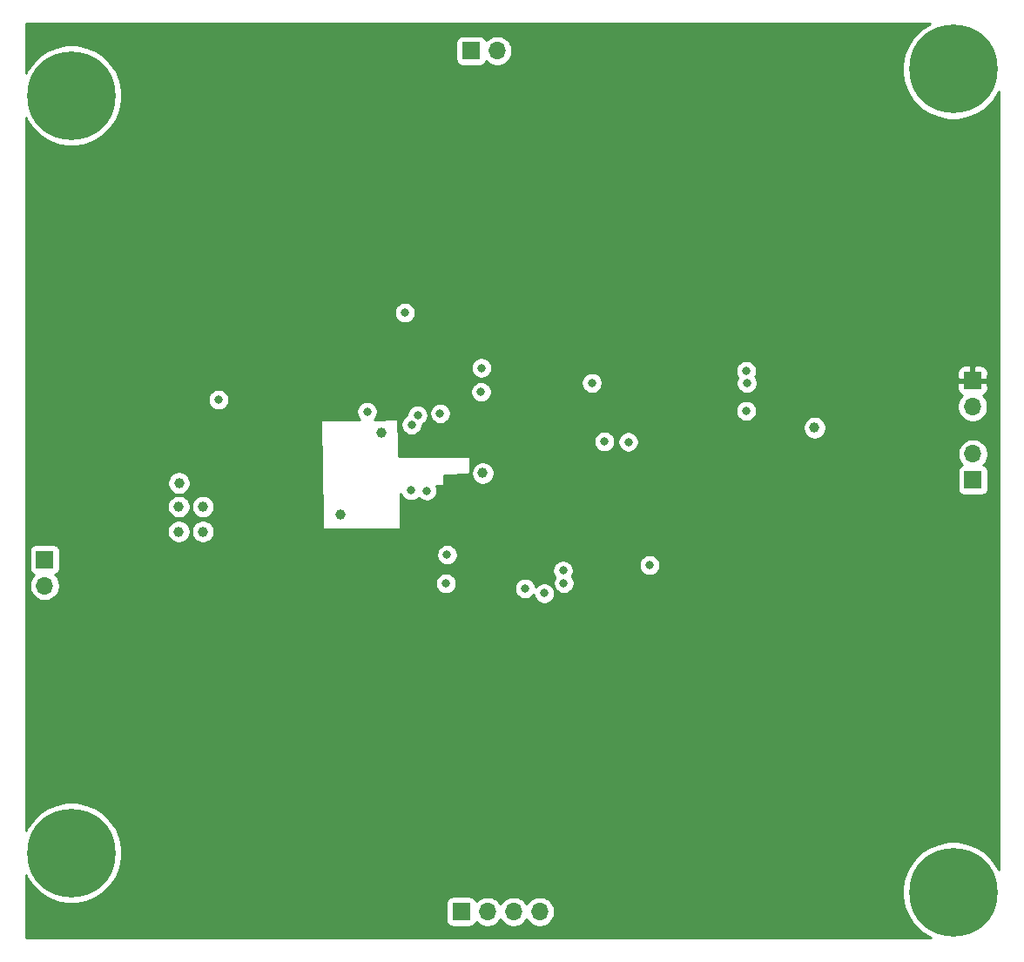
<source format=gbr>
%TF.GenerationSoftware,KiCad,Pcbnew,(5.1.7)-1*%
%TF.CreationDate,2020-10-12T20:46:30-04:00*%
%TF.ProjectId,STM32_Breakout,53544d33-325f-4427-9265-616b6f75742e,rev?*%
%TF.SameCoordinates,Original*%
%TF.FileFunction,Copper,L3,Inr*%
%TF.FilePolarity,Positive*%
%FSLAX46Y46*%
G04 Gerber Fmt 4.6, Leading zero omitted, Abs format (unit mm)*
G04 Created by KiCad (PCBNEW (5.1.7)-1) date 2020-10-12 20:46:30*
%MOMM*%
%LPD*%
G01*
G04 APERTURE LIST*
%TA.AperFunction,ComponentPad*%
%ADD10C,8.600000*%
%TD*%
%TA.AperFunction,ComponentPad*%
%ADD11C,0.900000*%
%TD*%
%TA.AperFunction,ComponentPad*%
%ADD12O,1.700000X1.700000*%
%TD*%
%TA.AperFunction,ComponentPad*%
%ADD13R,1.700000X1.700000*%
%TD*%
%TA.AperFunction,ViaPad*%
%ADD14C,1.000000*%
%TD*%
%TA.AperFunction,ViaPad*%
%ADD15C,0.800000*%
%TD*%
%TA.AperFunction,Conductor*%
%ADD16C,0.254000*%
%TD*%
%TA.AperFunction,Conductor*%
%ADD17C,0.100000*%
%TD*%
G04 APERTURE END LIST*
D10*
%TO.N,GND*%
%TO.C,H1*%
X106110000Y-99790000D03*
D11*
X109335000Y-99790000D03*
X108390419Y-102070419D03*
X106110000Y-103015000D03*
X103829581Y-102070419D03*
X102885000Y-99790000D03*
X103829581Y-97509581D03*
X106110000Y-96565000D03*
X108390419Y-97509581D03*
%TD*%
%TO.N,GND*%
%TO.C,H2*%
X108390419Y-17469581D03*
X106110000Y-16525000D03*
X103829581Y-17469581D03*
X102885000Y-19750000D03*
X103829581Y-22030419D03*
X106110000Y-22975000D03*
X108390419Y-22030419D03*
X109335000Y-19750000D03*
D10*
X106110000Y-19750000D03*
%TD*%
%TO.N,GND*%
%TO.C,H3*%
X20380000Y-22320000D03*
D11*
X23605000Y-22320000D03*
X22660419Y-24600419D03*
X20380000Y-25545000D03*
X18099581Y-24600419D03*
X17155000Y-22320000D03*
X18099581Y-20039581D03*
X20380000Y-19095000D03*
X22660419Y-20039581D03*
%TD*%
D10*
%TO.N,GND*%
%TO.C,H4*%
X20380000Y-95980000D03*
D11*
X23605000Y-95980000D03*
X22660419Y-98260419D03*
X20380000Y-99205000D03*
X18099581Y-98260419D03*
X17155000Y-95980000D03*
X18099581Y-93699581D03*
X20380000Y-92755000D03*
X22660419Y-93699581D03*
%TD*%
D12*
%TO.N,I2C1-SDA*%
%TO.C,I2C*%
X61780000Y-17960000D03*
D13*
%TO.N,I2C1-SCL*%
X59240000Y-17960000D03*
%TD*%
%TO.N,VCC*%
%TO.C,Power*%
X17770000Y-67440000D03*
D12*
%TO.N,GND*%
X17770000Y-69980000D03*
%TD*%
%TO.N,GND*%
%TO.C,PowerTest*%
X108010000Y-52570000D03*
D13*
%TO.N,+3V3*%
X108010000Y-50030000D03*
%TD*%
%TO.N,SPI1_CS*%
%TO.C,SPI*%
X58290000Y-101680000D03*
D12*
%TO.N,SPI1_CLK*%
X60830000Y-101680000D03*
%TO.N,SPI1_MISO*%
X63370000Y-101680000D03*
%TO.N,SPI1_MOSI*%
X65910000Y-101680000D03*
%TD*%
D13*
%TO.N,USART1_Tx*%
%TO.C,UART*%
X108040000Y-59710000D03*
D12*
%TO.N,USART1_Rx*%
X108040000Y-57170000D03*
%TD*%
D14*
%TO.N,GND*%
X46530000Y-63090000D03*
X50510000Y-55140000D03*
%TO.N,+3V3*%
X40140000Y-57610000D03*
%TO.N,NRST*%
X92640000Y-54620000D03*
%TO.N,+3V3*%
X40150000Y-59200000D03*
X36300000Y-59200000D03*
X36320000Y-57660000D03*
X35290000Y-55750000D03*
X41210000Y-55750000D03*
%TO.N,GND*%
X33170000Y-62300000D03*
X33170000Y-64720000D03*
X30820000Y-64720000D03*
X30820000Y-62300000D03*
X30840000Y-60010000D03*
D15*
%TO.N,+3V3*%
X56550000Y-49260000D03*
%TO.N,GND*%
X60240000Y-48810000D03*
X60210000Y-51130000D03*
X56230000Y-53230000D03*
X53460000Y-54340000D03*
X52810000Y-43430000D03*
X70990000Y-50270000D03*
X72200000Y-55960000D03*
X74540000Y-56000000D03*
X64490000Y-70250000D03*
X66360000Y-70720000D03*
X68180000Y-68510000D03*
X76590000Y-67980000D03*
X56900000Y-66970000D03*
X56800000Y-69770000D03*
X68250000Y-69740000D03*
X54950000Y-60750000D03*
X53390000Y-60720000D03*
X34680000Y-51910000D03*
X54040000Y-53400000D03*
X85980000Y-49100000D03*
X86060000Y-50280000D03*
X85980000Y-52980000D03*
X49140000Y-53060000D03*
%TO.N,+3V3*%
X86430000Y-46140000D03*
X67470000Y-56000000D03*
X70720000Y-65870000D03*
X70710000Y-67340000D03*
X52900000Y-69600000D03*
X56540000Y-50360000D03*
X59107510Y-71717510D03*
X59100000Y-73060000D03*
X58080000Y-46400000D03*
X58100000Y-43080000D03*
X71840000Y-52270000D03*
X74420000Y-52170000D03*
X55050000Y-50410000D03*
X53760000Y-49740000D03*
X50620000Y-49540000D03*
X50790000Y-47200000D03*
X50460000Y-52210000D03*
X51790000Y-70920000D03*
D14*
%TO.N,NRST*%
X60380000Y-59040000D03*
%TD*%
D16*
%TO.N,+3V3*%
X103772401Y-15376660D02*
X102964121Y-15916735D01*
X102276735Y-16604121D01*
X101736660Y-17412401D01*
X101364650Y-18310514D01*
X101175000Y-19263945D01*
X101175000Y-20236055D01*
X101364650Y-21189486D01*
X101736660Y-22087599D01*
X102276735Y-22895879D01*
X102964121Y-23583265D01*
X103772401Y-24123340D01*
X104670514Y-24495350D01*
X105623945Y-24685000D01*
X106596055Y-24685000D01*
X107549486Y-24495350D01*
X108447599Y-24123340D01*
X109255879Y-23583265D01*
X109943265Y-22895879D01*
X110483340Y-22087599D01*
X110550000Y-21926667D01*
X110550001Y-97613335D01*
X110483340Y-97452401D01*
X109943265Y-96644121D01*
X109255879Y-95956735D01*
X108447599Y-95416660D01*
X107549486Y-95044650D01*
X106596055Y-94855000D01*
X105623945Y-94855000D01*
X104670514Y-95044650D01*
X103772401Y-95416660D01*
X102964121Y-95956735D01*
X102276735Y-96644121D01*
X101736660Y-97452401D01*
X101364650Y-98350514D01*
X101175000Y-99303945D01*
X101175000Y-100276055D01*
X101364650Y-101229486D01*
X101736660Y-102127599D01*
X102276735Y-102935879D01*
X102964121Y-103623265D01*
X103772401Y-104163340D01*
X103933333Y-104230000D01*
X15940000Y-104230000D01*
X15940000Y-98156667D01*
X16006660Y-98317599D01*
X16546735Y-99125879D01*
X17234121Y-99813265D01*
X18042401Y-100353340D01*
X18940514Y-100725350D01*
X19893945Y-100915000D01*
X20866055Y-100915000D01*
X21293377Y-100830000D01*
X56801928Y-100830000D01*
X56801928Y-102530000D01*
X56814188Y-102654482D01*
X56850498Y-102774180D01*
X56909463Y-102884494D01*
X56988815Y-102981185D01*
X57085506Y-103060537D01*
X57195820Y-103119502D01*
X57315518Y-103155812D01*
X57440000Y-103168072D01*
X59140000Y-103168072D01*
X59264482Y-103155812D01*
X59384180Y-103119502D01*
X59494494Y-103060537D01*
X59591185Y-102981185D01*
X59670537Y-102884494D01*
X59729502Y-102774180D01*
X59751513Y-102701620D01*
X59883368Y-102833475D01*
X60126589Y-102995990D01*
X60396842Y-103107932D01*
X60683740Y-103165000D01*
X60976260Y-103165000D01*
X61263158Y-103107932D01*
X61533411Y-102995990D01*
X61776632Y-102833475D01*
X61983475Y-102626632D01*
X62100000Y-102452240D01*
X62216525Y-102626632D01*
X62423368Y-102833475D01*
X62666589Y-102995990D01*
X62936842Y-103107932D01*
X63223740Y-103165000D01*
X63516260Y-103165000D01*
X63803158Y-103107932D01*
X64073411Y-102995990D01*
X64316632Y-102833475D01*
X64523475Y-102626632D01*
X64640000Y-102452240D01*
X64756525Y-102626632D01*
X64963368Y-102833475D01*
X65206589Y-102995990D01*
X65476842Y-103107932D01*
X65763740Y-103165000D01*
X66056260Y-103165000D01*
X66343158Y-103107932D01*
X66613411Y-102995990D01*
X66856632Y-102833475D01*
X67063475Y-102626632D01*
X67225990Y-102383411D01*
X67337932Y-102113158D01*
X67395000Y-101826260D01*
X67395000Y-101533740D01*
X67337932Y-101246842D01*
X67225990Y-100976589D01*
X67063475Y-100733368D01*
X66856632Y-100526525D01*
X66613411Y-100364010D01*
X66343158Y-100252068D01*
X66056260Y-100195000D01*
X65763740Y-100195000D01*
X65476842Y-100252068D01*
X65206589Y-100364010D01*
X64963368Y-100526525D01*
X64756525Y-100733368D01*
X64640000Y-100907760D01*
X64523475Y-100733368D01*
X64316632Y-100526525D01*
X64073411Y-100364010D01*
X63803158Y-100252068D01*
X63516260Y-100195000D01*
X63223740Y-100195000D01*
X62936842Y-100252068D01*
X62666589Y-100364010D01*
X62423368Y-100526525D01*
X62216525Y-100733368D01*
X62100000Y-100907760D01*
X61983475Y-100733368D01*
X61776632Y-100526525D01*
X61533411Y-100364010D01*
X61263158Y-100252068D01*
X60976260Y-100195000D01*
X60683740Y-100195000D01*
X60396842Y-100252068D01*
X60126589Y-100364010D01*
X59883368Y-100526525D01*
X59751513Y-100658380D01*
X59729502Y-100585820D01*
X59670537Y-100475506D01*
X59591185Y-100378815D01*
X59494494Y-100299463D01*
X59384180Y-100240498D01*
X59264482Y-100204188D01*
X59140000Y-100191928D01*
X57440000Y-100191928D01*
X57315518Y-100204188D01*
X57195820Y-100240498D01*
X57085506Y-100299463D01*
X56988815Y-100378815D01*
X56909463Y-100475506D01*
X56850498Y-100585820D01*
X56814188Y-100705518D01*
X56801928Y-100830000D01*
X21293377Y-100830000D01*
X21819486Y-100725350D01*
X22717599Y-100353340D01*
X23525879Y-99813265D01*
X24213265Y-99125879D01*
X24753340Y-98317599D01*
X25125350Y-97419486D01*
X25315000Y-96466055D01*
X25315000Y-95493945D01*
X25125350Y-94540514D01*
X24753340Y-93642401D01*
X24213265Y-92834121D01*
X23525879Y-92146735D01*
X22717599Y-91606660D01*
X21819486Y-91234650D01*
X20866055Y-91045000D01*
X19893945Y-91045000D01*
X18940514Y-91234650D01*
X18042401Y-91606660D01*
X17234121Y-92146735D01*
X16546735Y-92834121D01*
X16006660Y-93642401D01*
X15940000Y-93803333D01*
X15940000Y-66590000D01*
X16281928Y-66590000D01*
X16281928Y-68290000D01*
X16294188Y-68414482D01*
X16330498Y-68534180D01*
X16389463Y-68644494D01*
X16468815Y-68741185D01*
X16565506Y-68820537D01*
X16675820Y-68879502D01*
X16748380Y-68901513D01*
X16616525Y-69033368D01*
X16454010Y-69276589D01*
X16342068Y-69546842D01*
X16285000Y-69833740D01*
X16285000Y-70126260D01*
X16342068Y-70413158D01*
X16454010Y-70683411D01*
X16616525Y-70926632D01*
X16823368Y-71133475D01*
X17066589Y-71295990D01*
X17336842Y-71407932D01*
X17623740Y-71465000D01*
X17916260Y-71465000D01*
X18203158Y-71407932D01*
X18473411Y-71295990D01*
X18716632Y-71133475D01*
X18923475Y-70926632D01*
X19085990Y-70683411D01*
X19197932Y-70413158D01*
X19255000Y-70126260D01*
X19255000Y-69833740D01*
X19222045Y-69668061D01*
X55765000Y-69668061D01*
X55765000Y-69871939D01*
X55804774Y-70071898D01*
X55882795Y-70260256D01*
X55996063Y-70429774D01*
X56140226Y-70573937D01*
X56309744Y-70687205D01*
X56498102Y-70765226D01*
X56698061Y-70805000D01*
X56901939Y-70805000D01*
X57101898Y-70765226D01*
X57290256Y-70687205D01*
X57459774Y-70573937D01*
X57603937Y-70429774D01*
X57717205Y-70260256D01*
X57763678Y-70148061D01*
X63455000Y-70148061D01*
X63455000Y-70351939D01*
X63494774Y-70551898D01*
X63572795Y-70740256D01*
X63686063Y-70909774D01*
X63830226Y-71053937D01*
X63999744Y-71167205D01*
X64188102Y-71245226D01*
X64388061Y-71285000D01*
X64591939Y-71285000D01*
X64791898Y-71245226D01*
X64980256Y-71167205D01*
X65149774Y-71053937D01*
X65293937Y-70909774D01*
X65331338Y-70853800D01*
X65364774Y-71021898D01*
X65442795Y-71210256D01*
X65556063Y-71379774D01*
X65700226Y-71523937D01*
X65869744Y-71637205D01*
X66058102Y-71715226D01*
X66258061Y-71755000D01*
X66461939Y-71755000D01*
X66661898Y-71715226D01*
X66850256Y-71637205D01*
X67019774Y-71523937D01*
X67163937Y-71379774D01*
X67277205Y-71210256D01*
X67355226Y-71021898D01*
X67395000Y-70821939D01*
X67395000Y-70618061D01*
X67355226Y-70418102D01*
X67277205Y-70229744D01*
X67163937Y-70060226D01*
X67019774Y-69916063D01*
X66850256Y-69802795D01*
X66661898Y-69724774D01*
X66461939Y-69685000D01*
X66258061Y-69685000D01*
X66058102Y-69724774D01*
X65869744Y-69802795D01*
X65700226Y-69916063D01*
X65556063Y-70060226D01*
X65518662Y-70116200D01*
X65485226Y-69948102D01*
X65407205Y-69759744D01*
X65293937Y-69590226D01*
X65149774Y-69446063D01*
X64980256Y-69332795D01*
X64791898Y-69254774D01*
X64591939Y-69215000D01*
X64388061Y-69215000D01*
X64188102Y-69254774D01*
X63999744Y-69332795D01*
X63830226Y-69446063D01*
X63686063Y-69590226D01*
X63572795Y-69759744D01*
X63494774Y-69948102D01*
X63455000Y-70148061D01*
X57763678Y-70148061D01*
X57795226Y-70071898D01*
X57835000Y-69871939D01*
X57835000Y-69668061D01*
X57795226Y-69468102D01*
X57717205Y-69279744D01*
X57603937Y-69110226D01*
X57459774Y-68966063D01*
X57290256Y-68852795D01*
X57101898Y-68774774D01*
X56901939Y-68735000D01*
X56698061Y-68735000D01*
X56498102Y-68774774D01*
X56309744Y-68852795D01*
X56140226Y-68966063D01*
X55996063Y-69110226D01*
X55882795Y-69279744D01*
X55804774Y-69468102D01*
X55765000Y-69668061D01*
X19222045Y-69668061D01*
X19197932Y-69546842D01*
X19085990Y-69276589D01*
X18923475Y-69033368D01*
X18791620Y-68901513D01*
X18864180Y-68879502D01*
X18974494Y-68820537D01*
X19071185Y-68741185D01*
X19150537Y-68644494D01*
X19209502Y-68534180D01*
X19245812Y-68414482D01*
X19246444Y-68408061D01*
X67145000Y-68408061D01*
X67145000Y-68611939D01*
X67184774Y-68811898D01*
X67262795Y-69000256D01*
X67376063Y-69169774D01*
X67382157Y-69175868D01*
X67332795Y-69249744D01*
X67254774Y-69438102D01*
X67215000Y-69638061D01*
X67215000Y-69841939D01*
X67254774Y-70041898D01*
X67332795Y-70230256D01*
X67446063Y-70399774D01*
X67590226Y-70543937D01*
X67759744Y-70657205D01*
X67948102Y-70735226D01*
X68148061Y-70775000D01*
X68351939Y-70775000D01*
X68551898Y-70735226D01*
X68740256Y-70657205D01*
X68909774Y-70543937D01*
X69053937Y-70399774D01*
X69167205Y-70230256D01*
X69245226Y-70041898D01*
X69285000Y-69841939D01*
X69285000Y-69638061D01*
X69245226Y-69438102D01*
X69167205Y-69249744D01*
X69053937Y-69080226D01*
X69047843Y-69074132D01*
X69097205Y-69000256D01*
X69175226Y-68811898D01*
X69215000Y-68611939D01*
X69215000Y-68408061D01*
X69175226Y-68208102D01*
X69097205Y-68019744D01*
X69002536Y-67878061D01*
X75555000Y-67878061D01*
X75555000Y-68081939D01*
X75594774Y-68281898D01*
X75672795Y-68470256D01*
X75786063Y-68639774D01*
X75930226Y-68783937D01*
X76099744Y-68897205D01*
X76288102Y-68975226D01*
X76488061Y-69015000D01*
X76691939Y-69015000D01*
X76891898Y-68975226D01*
X77080256Y-68897205D01*
X77249774Y-68783937D01*
X77393937Y-68639774D01*
X77507205Y-68470256D01*
X77585226Y-68281898D01*
X77625000Y-68081939D01*
X77625000Y-67878061D01*
X77585226Y-67678102D01*
X77507205Y-67489744D01*
X77393937Y-67320226D01*
X77249774Y-67176063D01*
X77080256Y-67062795D01*
X76891898Y-66984774D01*
X76691939Y-66945000D01*
X76488061Y-66945000D01*
X76288102Y-66984774D01*
X76099744Y-67062795D01*
X75930226Y-67176063D01*
X75786063Y-67320226D01*
X75672795Y-67489744D01*
X75594774Y-67678102D01*
X75555000Y-67878061D01*
X69002536Y-67878061D01*
X68983937Y-67850226D01*
X68839774Y-67706063D01*
X68670256Y-67592795D01*
X68481898Y-67514774D01*
X68281939Y-67475000D01*
X68078061Y-67475000D01*
X67878102Y-67514774D01*
X67689744Y-67592795D01*
X67520226Y-67706063D01*
X67376063Y-67850226D01*
X67262795Y-68019744D01*
X67184774Y-68208102D01*
X67145000Y-68408061D01*
X19246444Y-68408061D01*
X19258072Y-68290000D01*
X19258072Y-66868061D01*
X55865000Y-66868061D01*
X55865000Y-67071939D01*
X55904774Y-67271898D01*
X55982795Y-67460256D01*
X56096063Y-67629774D01*
X56240226Y-67773937D01*
X56409744Y-67887205D01*
X56598102Y-67965226D01*
X56798061Y-68005000D01*
X57001939Y-68005000D01*
X57201898Y-67965226D01*
X57390256Y-67887205D01*
X57559774Y-67773937D01*
X57703937Y-67629774D01*
X57817205Y-67460256D01*
X57895226Y-67271898D01*
X57935000Y-67071939D01*
X57935000Y-66868061D01*
X57895226Y-66668102D01*
X57817205Y-66479744D01*
X57703937Y-66310226D01*
X57559774Y-66166063D01*
X57390256Y-66052795D01*
X57201898Y-65974774D01*
X57001939Y-65935000D01*
X56798061Y-65935000D01*
X56598102Y-65974774D01*
X56409744Y-66052795D01*
X56240226Y-66166063D01*
X56096063Y-66310226D01*
X55982795Y-66479744D01*
X55904774Y-66668102D01*
X55865000Y-66868061D01*
X19258072Y-66868061D01*
X19258072Y-66590000D01*
X19245812Y-66465518D01*
X19209502Y-66345820D01*
X19150537Y-66235506D01*
X19071185Y-66138815D01*
X18974494Y-66059463D01*
X18864180Y-66000498D01*
X18744482Y-65964188D01*
X18620000Y-65951928D01*
X16920000Y-65951928D01*
X16795518Y-65964188D01*
X16675820Y-66000498D01*
X16565506Y-66059463D01*
X16468815Y-66138815D01*
X16389463Y-66235506D01*
X16330498Y-66345820D01*
X16294188Y-66465518D01*
X16281928Y-66590000D01*
X15940000Y-66590000D01*
X15940000Y-64608212D01*
X29685000Y-64608212D01*
X29685000Y-64831788D01*
X29728617Y-65051067D01*
X29814176Y-65257624D01*
X29938388Y-65443520D01*
X30096480Y-65601612D01*
X30282376Y-65725824D01*
X30488933Y-65811383D01*
X30708212Y-65855000D01*
X30931788Y-65855000D01*
X31151067Y-65811383D01*
X31357624Y-65725824D01*
X31543520Y-65601612D01*
X31701612Y-65443520D01*
X31825824Y-65257624D01*
X31911383Y-65051067D01*
X31955000Y-64831788D01*
X31955000Y-64608212D01*
X32035000Y-64608212D01*
X32035000Y-64831788D01*
X32078617Y-65051067D01*
X32164176Y-65257624D01*
X32288388Y-65443520D01*
X32446480Y-65601612D01*
X32632376Y-65725824D01*
X32838933Y-65811383D01*
X33058212Y-65855000D01*
X33281788Y-65855000D01*
X33501067Y-65811383D01*
X33707624Y-65725824D01*
X33893520Y-65601612D01*
X34051612Y-65443520D01*
X34175824Y-65257624D01*
X34261383Y-65051067D01*
X34305000Y-64831788D01*
X34305000Y-64608212D01*
X34261383Y-64388933D01*
X34175824Y-64182376D01*
X34051612Y-63996480D01*
X33893520Y-63838388D01*
X33707624Y-63714176D01*
X33501067Y-63628617D01*
X33281788Y-63585000D01*
X33058212Y-63585000D01*
X32838933Y-63628617D01*
X32632376Y-63714176D01*
X32446480Y-63838388D01*
X32288388Y-63996480D01*
X32164176Y-64182376D01*
X32078617Y-64388933D01*
X32035000Y-64608212D01*
X31955000Y-64608212D01*
X31911383Y-64388933D01*
X31825824Y-64182376D01*
X31701612Y-63996480D01*
X31543520Y-63838388D01*
X31357624Y-63714176D01*
X31151067Y-63628617D01*
X30931788Y-63585000D01*
X30708212Y-63585000D01*
X30488933Y-63628617D01*
X30282376Y-63714176D01*
X30096480Y-63838388D01*
X29938388Y-63996480D01*
X29814176Y-64182376D01*
X29728617Y-64388933D01*
X29685000Y-64608212D01*
X15940000Y-64608212D01*
X15940000Y-62188212D01*
X29685000Y-62188212D01*
X29685000Y-62411788D01*
X29728617Y-62631067D01*
X29814176Y-62837624D01*
X29938388Y-63023520D01*
X30096480Y-63181612D01*
X30282376Y-63305824D01*
X30488933Y-63391383D01*
X30708212Y-63435000D01*
X30931788Y-63435000D01*
X31151067Y-63391383D01*
X31357624Y-63305824D01*
X31543520Y-63181612D01*
X31701612Y-63023520D01*
X31825824Y-62837624D01*
X31911383Y-62631067D01*
X31955000Y-62411788D01*
X31955000Y-62188212D01*
X32035000Y-62188212D01*
X32035000Y-62411788D01*
X32078617Y-62631067D01*
X32164176Y-62837624D01*
X32288388Y-63023520D01*
X32446480Y-63181612D01*
X32632376Y-63305824D01*
X32838933Y-63391383D01*
X33058212Y-63435000D01*
X33281788Y-63435000D01*
X33501067Y-63391383D01*
X33707624Y-63305824D01*
X33893520Y-63181612D01*
X34051612Y-63023520D01*
X34175824Y-62837624D01*
X34261383Y-62631067D01*
X34305000Y-62411788D01*
X34305000Y-62188212D01*
X34261383Y-61968933D01*
X34175824Y-61762376D01*
X34051612Y-61576480D01*
X33893520Y-61418388D01*
X33707624Y-61294176D01*
X33501067Y-61208617D01*
X33281788Y-61165000D01*
X33058212Y-61165000D01*
X32838933Y-61208617D01*
X32632376Y-61294176D01*
X32446480Y-61418388D01*
X32288388Y-61576480D01*
X32164176Y-61762376D01*
X32078617Y-61968933D01*
X32035000Y-62188212D01*
X31955000Y-62188212D01*
X31911383Y-61968933D01*
X31825824Y-61762376D01*
X31701612Y-61576480D01*
X31543520Y-61418388D01*
X31357624Y-61294176D01*
X31151067Y-61208617D01*
X30931788Y-61165000D01*
X30708212Y-61165000D01*
X30488933Y-61208617D01*
X30282376Y-61294176D01*
X30096480Y-61418388D01*
X29938388Y-61576480D01*
X29814176Y-61762376D01*
X29728617Y-61968933D01*
X29685000Y-62188212D01*
X15940000Y-62188212D01*
X15940000Y-59898212D01*
X29705000Y-59898212D01*
X29705000Y-60121788D01*
X29748617Y-60341067D01*
X29834176Y-60547624D01*
X29958388Y-60733520D01*
X30116480Y-60891612D01*
X30302376Y-61015824D01*
X30508933Y-61101383D01*
X30728212Y-61145000D01*
X30951788Y-61145000D01*
X31171067Y-61101383D01*
X31377624Y-61015824D01*
X31563520Y-60891612D01*
X31721612Y-60733520D01*
X31845824Y-60547624D01*
X31931383Y-60341067D01*
X31975000Y-60121788D01*
X31975000Y-59898212D01*
X31931383Y-59678933D01*
X31845824Y-59472376D01*
X31721612Y-59286480D01*
X31563520Y-59128388D01*
X31377624Y-59004176D01*
X31171067Y-58918617D01*
X30951788Y-58875000D01*
X30728212Y-58875000D01*
X30508933Y-58918617D01*
X30302376Y-59004176D01*
X30116480Y-59128388D01*
X29958388Y-59286480D01*
X29834176Y-59472376D01*
X29748617Y-59678933D01*
X29705000Y-59898212D01*
X15940000Y-59898212D01*
X15940000Y-53961751D01*
X44633012Y-53961751D01*
X44762981Y-63389537D01*
X44743028Y-64337327D01*
X44744946Y-64362149D01*
X44751670Y-64386120D01*
X44762942Y-64408319D01*
X44778327Y-64427893D01*
X44797236Y-64444088D01*
X44818940Y-64456284D01*
X44842607Y-64464011D01*
X44869486Y-64466999D01*
X52279486Y-64496999D01*
X52304272Y-64494659D01*
X52328125Y-64487529D01*
X52350129Y-64475881D01*
X52369438Y-64460165D01*
X52385310Y-64440984D01*
X52397135Y-64419075D01*
X52404458Y-64395281D01*
X52406999Y-64369407D01*
X52391274Y-61004303D01*
X52394774Y-61021898D01*
X52472795Y-61210256D01*
X52586063Y-61379774D01*
X52730226Y-61523937D01*
X52899744Y-61637205D01*
X53088102Y-61715226D01*
X53288061Y-61755000D01*
X53491939Y-61755000D01*
X53691898Y-61715226D01*
X53880256Y-61637205D01*
X54049774Y-61523937D01*
X54155000Y-61418711D01*
X54290226Y-61553937D01*
X54459744Y-61667205D01*
X54648102Y-61745226D01*
X54848061Y-61785000D01*
X55051939Y-61785000D01*
X55251898Y-61745226D01*
X55440256Y-61667205D01*
X55609774Y-61553937D01*
X55753937Y-61409774D01*
X55867205Y-61240256D01*
X55945226Y-61051898D01*
X55985000Y-60851939D01*
X55985000Y-60648061D01*
X55945226Y-60448102D01*
X55867205Y-60259744D01*
X55858194Y-60246258D01*
X55948968Y-60246996D01*
X55950000Y-60247000D01*
X56530000Y-60247000D01*
X56554776Y-60244560D01*
X56578601Y-60237333D01*
X56600557Y-60225597D01*
X56619803Y-60209803D01*
X56635597Y-60190557D01*
X56647333Y-60168601D01*
X56654560Y-60144776D01*
X56656981Y-60117827D01*
X56641661Y-59222686D01*
X58989296Y-59189487D01*
X59014035Y-59186697D01*
X59037755Y-59179134D01*
X59059544Y-59167088D01*
X59078563Y-59151024D01*
X59094084Y-59131557D01*
X59105508Y-59109437D01*
X59112398Y-59085513D01*
X59114410Y-59067277D01*
X59119644Y-58928212D01*
X59245000Y-58928212D01*
X59245000Y-59151788D01*
X59288617Y-59371067D01*
X59374176Y-59577624D01*
X59498388Y-59763520D01*
X59656480Y-59921612D01*
X59842376Y-60045824D01*
X60048933Y-60131383D01*
X60268212Y-60175000D01*
X60491788Y-60175000D01*
X60711067Y-60131383D01*
X60917624Y-60045824D01*
X61103520Y-59921612D01*
X61261612Y-59763520D01*
X61385824Y-59577624D01*
X61471383Y-59371067D01*
X61515000Y-59151788D01*
X61515000Y-58928212D01*
X61501432Y-58860000D01*
X106551928Y-58860000D01*
X106551928Y-60560000D01*
X106564188Y-60684482D01*
X106600498Y-60804180D01*
X106659463Y-60914494D01*
X106738815Y-61011185D01*
X106835506Y-61090537D01*
X106945820Y-61149502D01*
X107065518Y-61185812D01*
X107190000Y-61198072D01*
X108890000Y-61198072D01*
X109014482Y-61185812D01*
X109134180Y-61149502D01*
X109244494Y-61090537D01*
X109341185Y-61011185D01*
X109420537Y-60914494D01*
X109479502Y-60804180D01*
X109515812Y-60684482D01*
X109528072Y-60560000D01*
X109528072Y-58860000D01*
X109515812Y-58735518D01*
X109479502Y-58615820D01*
X109420537Y-58505506D01*
X109341185Y-58408815D01*
X109244494Y-58329463D01*
X109134180Y-58270498D01*
X109061620Y-58248487D01*
X109193475Y-58116632D01*
X109355990Y-57873411D01*
X109467932Y-57603158D01*
X109525000Y-57316260D01*
X109525000Y-57023740D01*
X109467932Y-56736842D01*
X109355990Y-56466589D01*
X109193475Y-56223368D01*
X108986632Y-56016525D01*
X108743411Y-55854010D01*
X108473158Y-55742068D01*
X108186260Y-55685000D01*
X107893740Y-55685000D01*
X107606842Y-55742068D01*
X107336589Y-55854010D01*
X107093368Y-56016525D01*
X106886525Y-56223368D01*
X106724010Y-56466589D01*
X106612068Y-56736842D01*
X106555000Y-57023740D01*
X106555000Y-57316260D01*
X106612068Y-57603158D01*
X106724010Y-57873411D01*
X106886525Y-58116632D01*
X107018380Y-58248487D01*
X106945820Y-58270498D01*
X106835506Y-58329463D01*
X106738815Y-58408815D01*
X106659463Y-58505506D01*
X106600498Y-58615820D01*
X106564188Y-58735518D01*
X106551928Y-58860000D01*
X61501432Y-58860000D01*
X61471383Y-58708933D01*
X61385824Y-58502376D01*
X61261612Y-58316480D01*
X61103520Y-58158388D01*
X60917624Y-58034176D01*
X60711067Y-57948617D01*
X60491788Y-57905000D01*
X60268212Y-57905000D01*
X60048933Y-57948617D01*
X59842376Y-58034176D01*
X59656480Y-58158388D01*
X59498388Y-58316480D01*
X59374176Y-58502376D01*
X59288617Y-58708933D01*
X59245000Y-58928212D01*
X59119644Y-58928212D01*
X59171910Y-57539777D01*
X59170404Y-57514927D01*
X59164078Y-57490847D01*
X59153176Y-57468465D01*
X59138117Y-57448639D01*
X59119480Y-57432132D01*
X59097980Y-57419579D01*
X59074444Y-57411460D01*
X59045275Y-57408000D01*
X52242857Y-57393266D01*
X52191826Y-55858061D01*
X71165000Y-55858061D01*
X71165000Y-56061939D01*
X71204774Y-56261898D01*
X71282795Y-56450256D01*
X71396063Y-56619774D01*
X71540226Y-56763937D01*
X71709744Y-56877205D01*
X71898102Y-56955226D01*
X72098061Y-56995000D01*
X72301939Y-56995000D01*
X72501898Y-56955226D01*
X72690256Y-56877205D01*
X72859774Y-56763937D01*
X73003937Y-56619774D01*
X73117205Y-56450256D01*
X73195226Y-56261898D01*
X73235000Y-56061939D01*
X73235000Y-55898061D01*
X73505000Y-55898061D01*
X73505000Y-56101939D01*
X73544774Y-56301898D01*
X73622795Y-56490256D01*
X73736063Y-56659774D01*
X73880226Y-56803937D01*
X74049744Y-56917205D01*
X74238102Y-56995226D01*
X74438061Y-57035000D01*
X74641939Y-57035000D01*
X74841898Y-56995226D01*
X75030256Y-56917205D01*
X75199774Y-56803937D01*
X75343937Y-56659774D01*
X75457205Y-56490256D01*
X75535226Y-56301898D01*
X75575000Y-56101939D01*
X75575000Y-55898061D01*
X75535226Y-55698102D01*
X75457205Y-55509744D01*
X75343937Y-55340226D01*
X75199774Y-55196063D01*
X75030256Y-55082795D01*
X74841898Y-55004774D01*
X74641939Y-54965000D01*
X74438061Y-54965000D01*
X74238102Y-55004774D01*
X74049744Y-55082795D01*
X73880226Y-55196063D01*
X73736063Y-55340226D01*
X73622795Y-55509744D01*
X73544774Y-55698102D01*
X73505000Y-55898061D01*
X73235000Y-55898061D01*
X73235000Y-55858061D01*
X73195226Y-55658102D01*
X73117205Y-55469744D01*
X73003937Y-55300226D01*
X72859774Y-55156063D01*
X72690256Y-55042795D01*
X72501898Y-54964774D01*
X72301939Y-54925000D01*
X72098061Y-54925000D01*
X71898102Y-54964774D01*
X71709744Y-55042795D01*
X71540226Y-55156063D01*
X71396063Y-55300226D01*
X71282795Y-55469744D01*
X71204774Y-55658102D01*
X71165000Y-55858061D01*
X52191826Y-55858061D01*
X52137976Y-54238061D01*
X52425000Y-54238061D01*
X52425000Y-54441939D01*
X52464774Y-54641898D01*
X52542795Y-54830256D01*
X52656063Y-54999774D01*
X52800226Y-55143937D01*
X52969744Y-55257205D01*
X53158102Y-55335226D01*
X53358061Y-55375000D01*
X53561939Y-55375000D01*
X53761898Y-55335226D01*
X53950256Y-55257205D01*
X54119774Y-55143937D01*
X54263937Y-54999774D01*
X54377205Y-54830256D01*
X54455226Y-54641898D01*
X54481817Y-54508212D01*
X91505000Y-54508212D01*
X91505000Y-54731788D01*
X91548617Y-54951067D01*
X91634176Y-55157624D01*
X91758388Y-55343520D01*
X91916480Y-55501612D01*
X92102376Y-55625824D01*
X92308933Y-55711383D01*
X92528212Y-55755000D01*
X92751788Y-55755000D01*
X92971067Y-55711383D01*
X93177624Y-55625824D01*
X93363520Y-55501612D01*
X93521612Y-55343520D01*
X93645824Y-55157624D01*
X93731383Y-54951067D01*
X93775000Y-54731788D01*
X93775000Y-54508212D01*
X93731383Y-54288933D01*
X93645824Y-54082376D01*
X93521612Y-53896480D01*
X93363520Y-53738388D01*
X93177624Y-53614176D01*
X92971067Y-53528617D01*
X92751788Y-53485000D01*
X92528212Y-53485000D01*
X92308933Y-53528617D01*
X92102376Y-53614176D01*
X91916480Y-53738388D01*
X91758388Y-53896480D01*
X91634176Y-54082376D01*
X91548617Y-54288933D01*
X91505000Y-54508212D01*
X54481817Y-54508212D01*
X54495000Y-54441939D01*
X54495000Y-54331809D01*
X54530256Y-54317205D01*
X54699774Y-54203937D01*
X54843937Y-54059774D01*
X54957205Y-53890256D01*
X55035226Y-53701898D01*
X55075000Y-53501939D01*
X55075000Y-53298061D01*
X55041186Y-53128061D01*
X55195000Y-53128061D01*
X55195000Y-53331939D01*
X55234774Y-53531898D01*
X55312795Y-53720256D01*
X55426063Y-53889774D01*
X55570226Y-54033937D01*
X55739744Y-54147205D01*
X55928102Y-54225226D01*
X56128061Y-54265000D01*
X56331939Y-54265000D01*
X56531898Y-54225226D01*
X56720256Y-54147205D01*
X56889774Y-54033937D01*
X57033937Y-53889774D01*
X57147205Y-53720256D01*
X57225226Y-53531898D01*
X57265000Y-53331939D01*
X57265000Y-53128061D01*
X57225226Y-52928102D01*
X57204499Y-52878061D01*
X84945000Y-52878061D01*
X84945000Y-53081939D01*
X84984774Y-53281898D01*
X85062795Y-53470256D01*
X85176063Y-53639774D01*
X85320226Y-53783937D01*
X85489744Y-53897205D01*
X85678102Y-53975226D01*
X85878061Y-54015000D01*
X86081939Y-54015000D01*
X86281898Y-53975226D01*
X86470256Y-53897205D01*
X86639774Y-53783937D01*
X86783937Y-53639774D01*
X86897205Y-53470256D01*
X86975226Y-53281898D01*
X87015000Y-53081939D01*
X87015000Y-52878061D01*
X86975226Y-52678102D01*
X86897205Y-52489744D01*
X86783937Y-52320226D01*
X86639774Y-52176063D01*
X86470256Y-52062795D01*
X86281898Y-51984774D01*
X86081939Y-51945000D01*
X85878061Y-51945000D01*
X85678102Y-51984774D01*
X85489744Y-52062795D01*
X85320226Y-52176063D01*
X85176063Y-52320226D01*
X85062795Y-52489744D01*
X84984774Y-52678102D01*
X84945000Y-52878061D01*
X57204499Y-52878061D01*
X57147205Y-52739744D01*
X57033937Y-52570226D01*
X56889774Y-52426063D01*
X56720256Y-52312795D01*
X56531898Y-52234774D01*
X56331939Y-52195000D01*
X56128061Y-52195000D01*
X55928102Y-52234774D01*
X55739744Y-52312795D01*
X55570226Y-52426063D01*
X55426063Y-52570226D01*
X55312795Y-52739744D01*
X55234774Y-52928102D01*
X55195000Y-53128061D01*
X55041186Y-53128061D01*
X55035226Y-53098102D01*
X54957205Y-52909744D01*
X54843937Y-52740226D01*
X54699774Y-52596063D01*
X54530256Y-52482795D01*
X54341898Y-52404774D01*
X54141939Y-52365000D01*
X53938061Y-52365000D01*
X53738102Y-52404774D01*
X53549744Y-52482795D01*
X53380226Y-52596063D01*
X53236063Y-52740226D01*
X53122795Y-52909744D01*
X53044774Y-53098102D01*
X53005000Y-53298061D01*
X53005000Y-53408191D01*
X52969744Y-53422795D01*
X52800226Y-53536063D01*
X52656063Y-53680226D01*
X52542795Y-53849744D01*
X52464774Y-54038102D01*
X52425000Y-54238061D01*
X52137976Y-54238061D01*
X52126930Y-53905781D01*
X52123668Y-53881099D01*
X52115653Y-53857528D01*
X52103194Y-53835973D01*
X52086770Y-53817264D01*
X52067010Y-53802118D01*
X52044676Y-53791117D01*
X52020625Y-53784686D01*
X51999123Y-53783003D01*
X49865976Y-53797735D01*
X49943937Y-53719774D01*
X50057205Y-53550256D01*
X50135226Y-53361898D01*
X50175000Y-53161939D01*
X50175000Y-52958061D01*
X50135226Y-52758102D01*
X50057205Y-52569744D01*
X49943937Y-52400226D01*
X49799774Y-52256063D01*
X49630256Y-52142795D01*
X49441898Y-52064774D01*
X49241939Y-52025000D01*
X49038061Y-52025000D01*
X48838102Y-52064774D01*
X48649744Y-52142795D01*
X48480226Y-52256063D01*
X48336063Y-52400226D01*
X48222795Y-52569744D01*
X48144774Y-52758102D01*
X48105000Y-52958061D01*
X48105000Y-53161939D01*
X48144774Y-53361898D01*
X48222795Y-53550256D01*
X48336063Y-53719774D01*
X48423982Y-53807693D01*
X44759123Y-53833003D01*
X44734364Y-53835614D01*
X44710590Y-53843006D01*
X44688715Y-53854893D01*
X44669579Y-53870820D01*
X44653919Y-53890174D01*
X44642334Y-53912211D01*
X44635272Y-53936084D01*
X44633012Y-53961751D01*
X15940000Y-53961751D01*
X15940000Y-51808061D01*
X33645000Y-51808061D01*
X33645000Y-52011939D01*
X33684774Y-52211898D01*
X33762795Y-52400256D01*
X33876063Y-52569774D01*
X34020226Y-52713937D01*
X34189744Y-52827205D01*
X34378102Y-52905226D01*
X34578061Y-52945000D01*
X34781939Y-52945000D01*
X34981898Y-52905226D01*
X35170256Y-52827205D01*
X35339774Y-52713937D01*
X35483937Y-52569774D01*
X35597205Y-52400256D01*
X35675226Y-52211898D01*
X35715000Y-52011939D01*
X35715000Y-51808061D01*
X35675226Y-51608102D01*
X35597205Y-51419744D01*
X35483937Y-51250226D01*
X35339774Y-51106063D01*
X35223036Y-51028061D01*
X59175000Y-51028061D01*
X59175000Y-51231939D01*
X59214774Y-51431898D01*
X59292795Y-51620256D01*
X59406063Y-51789774D01*
X59550226Y-51933937D01*
X59719744Y-52047205D01*
X59908102Y-52125226D01*
X60108061Y-52165000D01*
X60311939Y-52165000D01*
X60511898Y-52125226D01*
X60700256Y-52047205D01*
X60869774Y-51933937D01*
X61013937Y-51789774D01*
X61127205Y-51620256D01*
X61205226Y-51431898D01*
X61245000Y-51231939D01*
X61245000Y-51028061D01*
X61205226Y-50828102D01*
X61127205Y-50639744D01*
X61013937Y-50470226D01*
X60869774Y-50326063D01*
X60700256Y-50212795D01*
X60592260Y-50168061D01*
X69955000Y-50168061D01*
X69955000Y-50371939D01*
X69994774Y-50571898D01*
X70072795Y-50760256D01*
X70186063Y-50929774D01*
X70330226Y-51073937D01*
X70499744Y-51187205D01*
X70688102Y-51265226D01*
X70888061Y-51305000D01*
X71091939Y-51305000D01*
X71291898Y-51265226D01*
X71480256Y-51187205D01*
X71649774Y-51073937D01*
X71793937Y-50929774D01*
X71907205Y-50760256D01*
X71985226Y-50571898D01*
X72025000Y-50371939D01*
X72025000Y-50168061D01*
X71985226Y-49968102D01*
X71907205Y-49779744D01*
X71793937Y-49610226D01*
X71649774Y-49466063D01*
X71480256Y-49352795D01*
X71291898Y-49274774D01*
X71091939Y-49235000D01*
X70888061Y-49235000D01*
X70688102Y-49274774D01*
X70499744Y-49352795D01*
X70330226Y-49466063D01*
X70186063Y-49610226D01*
X70072795Y-49779744D01*
X69994774Y-49968102D01*
X69955000Y-50168061D01*
X60592260Y-50168061D01*
X60511898Y-50134774D01*
X60311939Y-50095000D01*
X60108061Y-50095000D01*
X59908102Y-50134774D01*
X59719744Y-50212795D01*
X59550226Y-50326063D01*
X59406063Y-50470226D01*
X59292795Y-50639744D01*
X59214774Y-50828102D01*
X59175000Y-51028061D01*
X35223036Y-51028061D01*
X35170256Y-50992795D01*
X34981898Y-50914774D01*
X34781939Y-50875000D01*
X34578061Y-50875000D01*
X34378102Y-50914774D01*
X34189744Y-50992795D01*
X34020226Y-51106063D01*
X33876063Y-51250226D01*
X33762795Y-51419744D01*
X33684774Y-51608102D01*
X33645000Y-51808061D01*
X15940000Y-51808061D01*
X15940000Y-48708061D01*
X59205000Y-48708061D01*
X59205000Y-48911939D01*
X59244774Y-49111898D01*
X59322795Y-49300256D01*
X59436063Y-49469774D01*
X59580226Y-49613937D01*
X59749744Y-49727205D01*
X59938102Y-49805226D01*
X60138061Y-49845000D01*
X60341939Y-49845000D01*
X60541898Y-49805226D01*
X60730256Y-49727205D01*
X60899774Y-49613937D01*
X61043937Y-49469774D01*
X61157205Y-49300256D01*
X61235226Y-49111898D01*
X61257869Y-48998061D01*
X84945000Y-48998061D01*
X84945000Y-49201939D01*
X84984774Y-49401898D01*
X85062795Y-49590256D01*
X85169442Y-49749864D01*
X85142795Y-49789744D01*
X85064774Y-49978102D01*
X85025000Y-50178061D01*
X85025000Y-50381939D01*
X85064774Y-50581898D01*
X85142795Y-50770256D01*
X85256063Y-50939774D01*
X85400226Y-51083937D01*
X85569744Y-51197205D01*
X85758102Y-51275226D01*
X85958061Y-51315000D01*
X86161939Y-51315000D01*
X86361898Y-51275226D01*
X86550256Y-51197205D01*
X86719774Y-51083937D01*
X86863937Y-50939774D01*
X86903876Y-50880000D01*
X106521928Y-50880000D01*
X106534188Y-51004482D01*
X106570498Y-51124180D01*
X106629463Y-51234494D01*
X106708815Y-51331185D01*
X106805506Y-51410537D01*
X106915820Y-51469502D01*
X106988380Y-51491513D01*
X106856525Y-51623368D01*
X106694010Y-51866589D01*
X106582068Y-52136842D01*
X106525000Y-52423740D01*
X106525000Y-52716260D01*
X106582068Y-53003158D01*
X106694010Y-53273411D01*
X106856525Y-53516632D01*
X107063368Y-53723475D01*
X107306589Y-53885990D01*
X107576842Y-53997932D01*
X107863740Y-54055000D01*
X108156260Y-54055000D01*
X108443158Y-53997932D01*
X108713411Y-53885990D01*
X108956632Y-53723475D01*
X109163475Y-53516632D01*
X109325990Y-53273411D01*
X109437932Y-53003158D01*
X109495000Y-52716260D01*
X109495000Y-52423740D01*
X109437932Y-52136842D01*
X109325990Y-51866589D01*
X109163475Y-51623368D01*
X109031620Y-51491513D01*
X109104180Y-51469502D01*
X109214494Y-51410537D01*
X109311185Y-51331185D01*
X109390537Y-51234494D01*
X109449502Y-51124180D01*
X109485812Y-51004482D01*
X109498072Y-50880000D01*
X109495000Y-50315750D01*
X109336250Y-50157000D01*
X108137000Y-50157000D01*
X108137000Y-50177000D01*
X107883000Y-50177000D01*
X107883000Y-50157000D01*
X106683750Y-50157000D01*
X106525000Y-50315750D01*
X106521928Y-50880000D01*
X86903876Y-50880000D01*
X86977205Y-50770256D01*
X87055226Y-50581898D01*
X87095000Y-50381939D01*
X87095000Y-50178061D01*
X87055226Y-49978102D01*
X86977205Y-49789744D01*
X86870558Y-49630136D01*
X86897205Y-49590256D01*
X86975226Y-49401898D01*
X87015000Y-49201939D01*
X87015000Y-49180000D01*
X106521928Y-49180000D01*
X106525000Y-49744250D01*
X106683750Y-49903000D01*
X107883000Y-49903000D01*
X107883000Y-48703750D01*
X108137000Y-48703750D01*
X108137000Y-49903000D01*
X109336250Y-49903000D01*
X109495000Y-49744250D01*
X109498072Y-49180000D01*
X109485812Y-49055518D01*
X109449502Y-48935820D01*
X109390537Y-48825506D01*
X109311185Y-48728815D01*
X109214494Y-48649463D01*
X109104180Y-48590498D01*
X108984482Y-48554188D01*
X108860000Y-48541928D01*
X108295750Y-48545000D01*
X108137000Y-48703750D01*
X107883000Y-48703750D01*
X107724250Y-48545000D01*
X107160000Y-48541928D01*
X107035518Y-48554188D01*
X106915820Y-48590498D01*
X106805506Y-48649463D01*
X106708815Y-48728815D01*
X106629463Y-48825506D01*
X106570498Y-48935820D01*
X106534188Y-49055518D01*
X106521928Y-49180000D01*
X87015000Y-49180000D01*
X87015000Y-48998061D01*
X86975226Y-48798102D01*
X86897205Y-48609744D01*
X86783937Y-48440226D01*
X86639774Y-48296063D01*
X86470256Y-48182795D01*
X86281898Y-48104774D01*
X86081939Y-48065000D01*
X85878061Y-48065000D01*
X85678102Y-48104774D01*
X85489744Y-48182795D01*
X85320226Y-48296063D01*
X85176063Y-48440226D01*
X85062795Y-48609744D01*
X84984774Y-48798102D01*
X84945000Y-48998061D01*
X61257869Y-48998061D01*
X61275000Y-48911939D01*
X61275000Y-48708061D01*
X61235226Y-48508102D01*
X61157205Y-48319744D01*
X61043937Y-48150226D01*
X60899774Y-48006063D01*
X60730256Y-47892795D01*
X60541898Y-47814774D01*
X60341939Y-47775000D01*
X60138061Y-47775000D01*
X59938102Y-47814774D01*
X59749744Y-47892795D01*
X59580226Y-48006063D01*
X59436063Y-48150226D01*
X59322795Y-48319744D01*
X59244774Y-48508102D01*
X59205000Y-48708061D01*
X15940000Y-48708061D01*
X15940000Y-43328061D01*
X51775000Y-43328061D01*
X51775000Y-43531939D01*
X51814774Y-43731898D01*
X51892795Y-43920256D01*
X52006063Y-44089774D01*
X52150226Y-44233937D01*
X52319744Y-44347205D01*
X52508102Y-44425226D01*
X52708061Y-44465000D01*
X52911939Y-44465000D01*
X53111898Y-44425226D01*
X53300256Y-44347205D01*
X53469774Y-44233937D01*
X53613937Y-44089774D01*
X53727205Y-43920256D01*
X53805226Y-43731898D01*
X53845000Y-43531939D01*
X53845000Y-43328061D01*
X53805226Y-43128102D01*
X53727205Y-42939744D01*
X53613937Y-42770226D01*
X53469774Y-42626063D01*
X53300256Y-42512795D01*
X53111898Y-42434774D01*
X52911939Y-42395000D01*
X52708061Y-42395000D01*
X52508102Y-42434774D01*
X52319744Y-42512795D01*
X52150226Y-42626063D01*
X52006063Y-42770226D01*
X51892795Y-42939744D01*
X51814774Y-43128102D01*
X51775000Y-43328061D01*
X15940000Y-43328061D01*
X15940000Y-24496667D01*
X16006660Y-24657599D01*
X16546735Y-25465879D01*
X17234121Y-26153265D01*
X18042401Y-26693340D01*
X18940514Y-27065350D01*
X19893945Y-27255000D01*
X20866055Y-27255000D01*
X21819486Y-27065350D01*
X22717599Y-26693340D01*
X23525879Y-26153265D01*
X24213265Y-25465879D01*
X24753340Y-24657599D01*
X25125350Y-23759486D01*
X25315000Y-22806055D01*
X25315000Y-21833945D01*
X25125350Y-20880514D01*
X24753340Y-19982401D01*
X24213265Y-19174121D01*
X23525879Y-18486735D01*
X22717599Y-17946660D01*
X21819486Y-17574650D01*
X20866055Y-17385000D01*
X19893945Y-17385000D01*
X18940514Y-17574650D01*
X18042401Y-17946660D01*
X17234121Y-18486735D01*
X16546735Y-19174121D01*
X16006660Y-19982401D01*
X15940000Y-20143333D01*
X15940000Y-17110000D01*
X57751928Y-17110000D01*
X57751928Y-18810000D01*
X57764188Y-18934482D01*
X57800498Y-19054180D01*
X57859463Y-19164494D01*
X57938815Y-19261185D01*
X58035506Y-19340537D01*
X58145820Y-19399502D01*
X58265518Y-19435812D01*
X58390000Y-19448072D01*
X60090000Y-19448072D01*
X60214482Y-19435812D01*
X60334180Y-19399502D01*
X60444494Y-19340537D01*
X60541185Y-19261185D01*
X60620537Y-19164494D01*
X60679502Y-19054180D01*
X60701513Y-18981620D01*
X60833368Y-19113475D01*
X61076589Y-19275990D01*
X61346842Y-19387932D01*
X61633740Y-19445000D01*
X61926260Y-19445000D01*
X62213158Y-19387932D01*
X62483411Y-19275990D01*
X62726632Y-19113475D01*
X62933475Y-18906632D01*
X63095990Y-18663411D01*
X63207932Y-18393158D01*
X63265000Y-18106260D01*
X63265000Y-17813740D01*
X63207932Y-17526842D01*
X63095990Y-17256589D01*
X62933475Y-17013368D01*
X62726632Y-16806525D01*
X62483411Y-16644010D01*
X62213158Y-16532068D01*
X61926260Y-16475000D01*
X61633740Y-16475000D01*
X61346842Y-16532068D01*
X61076589Y-16644010D01*
X60833368Y-16806525D01*
X60701513Y-16938380D01*
X60679502Y-16865820D01*
X60620537Y-16755506D01*
X60541185Y-16658815D01*
X60444494Y-16579463D01*
X60334180Y-16520498D01*
X60214482Y-16484188D01*
X60090000Y-16471928D01*
X58390000Y-16471928D01*
X58265518Y-16484188D01*
X58145820Y-16520498D01*
X58035506Y-16579463D01*
X57938815Y-16658815D01*
X57859463Y-16755506D01*
X57800498Y-16865820D01*
X57764188Y-16985518D01*
X57751928Y-17110000D01*
X15940000Y-17110000D01*
X15940000Y-15340000D01*
X103860906Y-15340000D01*
X103772401Y-15376660D01*
%TA.AperFunction,Conductor*%
D17*
G36*
X103772401Y-15376660D02*
G01*
X102964121Y-15916735D01*
X102276735Y-16604121D01*
X101736660Y-17412401D01*
X101364650Y-18310514D01*
X101175000Y-19263945D01*
X101175000Y-20236055D01*
X101364650Y-21189486D01*
X101736660Y-22087599D01*
X102276735Y-22895879D01*
X102964121Y-23583265D01*
X103772401Y-24123340D01*
X104670514Y-24495350D01*
X105623945Y-24685000D01*
X106596055Y-24685000D01*
X107549486Y-24495350D01*
X108447599Y-24123340D01*
X109255879Y-23583265D01*
X109943265Y-22895879D01*
X110483340Y-22087599D01*
X110550000Y-21926667D01*
X110550001Y-97613335D01*
X110483340Y-97452401D01*
X109943265Y-96644121D01*
X109255879Y-95956735D01*
X108447599Y-95416660D01*
X107549486Y-95044650D01*
X106596055Y-94855000D01*
X105623945Y-94855000D01*
X104670514Y-95044650D01*
X103772401Y-95416660D01*
X102964121Y-95956735D01*
X102276735Y-96644121D01*
X101736660Y-97452401D01*
X101364650Y-98350514D01*
X101175000Y-99303945D01*
X101175000Y-100276055D01*
X101364650Y-101229486D01*
X101736660Y-102127599D01*
X102276735Y-102935879D01*
X102964121Y-103623265D01*
X103772401Y-104163340D01*
X103933333Y-104230000D01*
X15940000Y-104230000D01*
X15940000Y-98156667D01*
X16006660Y-98317599D01*
X16546735Y-99125879D01*
X17234121Y-99813265D01*
X18042401Y-100353340D01*
X18940514Y-100725350D01*
X19893945Y-100915000D01*
X20866055Y-100915000D01*
X21293377Y-100830000D01*
X56801928Y-100830000D01*
X56801928Y-102530000D01*
X56814188Y-102654482D01*
X56850498Y-102774180D01*
X56909463Y-102884494D01*
X56988815Y-102981185D01*
X57085506Y-103060537D01*
X57195820Y-103119502D01*
X57315518Y-103155812D01*
X57440000Y-103168072D01*
X59140000Y-103168072D01*
X59264482Y-103155812D01*
X59384180Y-103119502D01*
X59494494Y-103060537D01*
X59591185Y-102981185D01*
X59670537Y-102884494D01*
X59729502Y-102774180D01*
X59751513Y-102701620D01*
X59883368Y-102833475D01*
X60126589Y-102995990D01*
X60396842Y-103107932D01*
X60683740Y-103165000D01*
X60976260Y-103165000D01*
X61263158Y-103107932D01*
X61533411Y-102995990D01*
X61776632Y-102833475D01*
X61983475Y-102626632D01*
X62100000Y-102452240D01*
X62216525Y-102626632D01*
X62423368Y-102833475D01*
X62666589Y-102995990D01*
X62936842Y-103107932D01*
X63223740Y-103165000D01*
X63516260Y-103165000D01*
X63803158Y-103107932D01*
X64073411Y-102995990D01*
X64316632Y-102833475D01*
X64523475Y-102626632D01*
X64640000Y-102452240D01*
X64756525Y-102626632D01*
X64963368Y-102833475D01*
X65206589Y-102995990D01*
X65476842Y-103107932D01*
X65763740Y-103165000D01*
X66056260Y-103165000D01*
X66343158Y-103107932D01*
X66613411Y-102995990D01*
X66856632Y-102833475D01*
X67063475Y-102626632D01*
X67225990Y-102383411D01*
X67337932Y-102113158D01*
X67395000Y-101826260D01*
X67395000Y-101533740D01*
X67337932Y-101246842D01*
X67225990Y-100976589D01*
X67063475Y-100733368D01*
X66856632Y-100526525D01*
X66613411Y-100364010D01*
X66343158Y-100252068D01*
X66056260Y-100195000D01*
X65763740Y-100195000D01*
X65476842Y-100252068D01*
X65206589Y-100364010D01*
X64963368Y-100526525D01*
X64756525Y-100733368D01*
X64640000Y-100907760D01*
X64523475Y-100733368D01*
X64316632Y-100526525D01*
X64073411Y-100364010D01*
X63803158Y-100252068D01*
X63516260Y-100195000D01*
X63223740Y-100195000D01*
X62936842Y-100252068D01*
X62666589Y-100364010D01*
X62423368Y-100526525D01*
X62216525Y-100733368D01*
X62100000Y-100907760D01*
X61983475Y-100733368D01*
X61776632Y-100526525D01*
X61533411Y-100364010D01*
X61263158Y-100252068D01*
X60976260Y-100195000D01*
X60683740Y-100195000D01*
X60396842Y-100252068D01*
X60126589Y-100364010D01*
X59883368Y-100526525D01*
X59751513Y-100658380D01*
X59729502Y-100585820D01*
X59670537Y-100475506D01*
X59591185Y-100378815D01*
X59494494Y-100299463D01*
X59384180Y-100240498D01*
X59264482Y-100204188D01*
X59140000Y-100191928D01*
X57440000Y-100191928D01*
X57315518Y-100204188D01*
X57195820Y-100240498D01*
X57085506Y-100299463D01*
X56988815Y-100378815D01*
X56909463Y-100475506D01*
X56850498Y-100585820D01*
X56814188Y-100705518D01*
X56801928Y-100830000D01*
X21293377Y-100830000D01*
X21819486Y-100725350D01*
X22717599Y-100353340D01*
X23525879Y-99813265D01*
X24213265Y-99125879D01*
X24753340Y-98317599D01*
X25125350Y-97419486D01*
X25315000Y-96466055D01*
X25315000Y-95493945D01*
X25125350Y-94540514D01*
X24753340Y-93642401D01*
X24213265Y-92834121D01*
X23525879Y-92146735D01*
X22717599Y-91606660D01*
X21819486Y-91234650D01*
X20866055Y-91045000D01*
X19893945Y-91045000D01*
X18940514Y-91234650D01*
X18042401Y-91606660D01*
X17234121Y-92146735D01*
X16546735Y-92834121D01*
X16006660Y-93642401D01*
X15940000Y-93803333D01*
X15940000Y-66590000D01*
X16281928Y-66590000D01*
X16281928Y-68290000D01*
X16294188Y-68414482D01*
X16330498Y-68534180D01*
X16389463Y-68644494D01*
X16468815Y-68741185D01*
X16565506Y-68820537D01*
X16675820Y-68879502D01*
X16748380Y-68901513D01*
X16616525Y-69033368D01*
X16454010Y-69276589D01*
X16342068Y-69546842D01*
X16285000Y-69833740D01*
X16285000Y-70126260D01*
X16342068Y-70413158D01*
X16454010Y-70683411D01*
X16616525Y-70926632D01*
X16823368Y-71133475D01*
X17066589Y-71295990D01*
X17336842Y-71407932D01*
X17623740Y-71465000D01*
X17916260Y-71465000D01*
X18203158Y-71407932D01*
X18473411Y-71295990D01*
X18716632Y-71133475D01*
X18923475Y-70926632D01*
X19085990Y-70683411D01*
X19197932Y-70413158D01*
X19255000Y-70126260D01*
X19255000Y-69833740D01*
X19222045Y-69668061D01*
X55765000Y-69668061D01*
X55765000Y-69871939D01*
X55804774Y-70071898D01*
X55882795Y-70260256D01*
X55996063Y-70429774D01*
X56140226Y-70573937D01*
X56309744Y-70687205D01*
X56498102Y-70765226D01*
X56698061Y-70805000D01*
X56901939Y-70805000D01*
X57101898Y-70765226D01*
X57290256Y-70687205D01*
X57459774Y-70573937D01*
X57603937Y-70429774D01*
X57717205Y-70260256D01*
X57763678Y-70148061D01*
X63455000Y-70148061D01*
X63455000Y-70351939D01*
X63494774Y-70551898D01*
X63572795Y-70740256D01*
X63686063Y-70909774D01*
X63830226Y-71053937D01*
X63999744Y-71167205D01*
X64188102Y-71245226D01*
X64388061Y-71285000D01*
X64591939Y-71285000D01*
X64791898Y-71245226D01*
X64980256Y-71167205D01*
X65149774Y-71053937D01*
X65293937Y-70909774D01*
X65331338Y-70853800D01*
X65364774Y-71021898D01*
X65442795Y-71210256D01*
X65556063Y-71379774D01*
X65700226Y-71523937D01*
X65869744Y-71637205D01*
X66058102Y-71715226D01*
X66258061Y-71755000D01*
X66461939Y-71755000D01*
X66661898Y-71715226D01*
X66850256Y-71637205D01*
X67019774Y-71523937D01*
X67163937Y-71379774D01*
X67277205Y-71210256D01*
X67355226Y-71021898D01*
X67395000Y-70821939D01*
X67395000Y-70618061D01*
X67355226Y-70418102D01*
X67277205Y-70229744D01*
X67163937Y-70060226D01*
X67019774Y-69916063D01*
X66850256Y-69802795D01*
X66661898Y-69724774D01*
X66461939Y-69685000D01*
X66258061Y-69685000D01*
X66058102Y-69724774D01*
X65869744Y-69802795D01*
X65700226Y-69916063D01*
X65556063Y-70060226D01*
X65518662Y-70116200D01*
X65485226Y-69948102D01*
X65407205Y-69759744D01*
X65293937Y-69590226D01*
X65149774Y-69446063D01*
X64980256Y-69332795D01*
X64791898Y-69254774D01*
X64591939Y-69215000D01*
X64388061Y-69215000D01*
X64188102Y-69254774D01*
X63999744Y-69332795D01*
X63830226Y-69446063D01*
X63686063Y-69590226D01*
X63572795Y-69759744D01*
X63494774Y-69948102D01*
X63455000Y-70148061D01*
X57763678Y-70148061D01*
X57795226Y-70071898D01*
X57835000Y-69871939D01*
X57835000Y-69668061D01*
X57795226Y-69468102D01*
X57717205Y-69279744D01*
X57603937Y-69110226D01*
X57459774Y-68966063D01*
X57290256Y-68852795D01*
X57101898Y-68774774D01*
X56901939Y-68735000D01*
X56698061Y-68735000D01*
X56498102Y-68774774D01*
X56309744Y-68852795D01*
X56140226Y-68966063D01*
X55996063Y-69110226D01*
X55882795Y-69279744D01*
X55804774Y-69468102D01*
X55765000Y-69668061D01*
X19222045Y-69668061D01*
X19197932Y-69546842D01*
X19085990Y-69276589D01*
X18923475Y-69033368D01*
X18791620Y-68901513D01*
X18864180Y-68879502D01*
X18974494Y-68820537D01*
X19071185Y-68741185D01*
X19150537Y-68644494D01*
X19209502Y-68534180D01*
X19245812Y-68414482D01*
X19246444Y-68408061D01*
X67145000Y-68408061D01*
X67145000Y-68611939D01*
X67184774Y-68811898D01*
X67262795Y-69000256D01*
X67376063Y-69169774D01*
X67382157Y-69175868D01*
X67332795Y-69249744D01*
X67254774Y-69438102D01*
X67215000Y-69638061D01*
X67215000Y-69841939D01*
X67254774Y-70041898D01*
X67332795Y-70230256D01*
X67446063Y-70399774D01*
X67590226Y-70543937D01*
X67759744Y-70657205D01*
X67948102Y-70735226D01*
X68148061Y-70775000D01*
X68351939Y-70775000D01*
X68551898Y-70735226D01*
X68740256Y-70657205D01*
X68909774Y-70543937D01*
X69053937Y-70399774D01*
X69167205Y-70230256D01*
X69245226Y-70041898D01*
X69285000Y-69841939D01*
X69285000Y-69638061D01*
X69245226Y-69438102D01*
X69167205Y-69249744D01*
X69053937Y-69080226D01*
X69047843Y-69074132D01*
X69097205Y-69000256D01*
X69175226Y-68811898D01*
X69215000Y-68611939D01*
X69215000Y-68408061D01*
X69175226Y-68208102D01*
X69097205Y-68019744D01*
X69002536Y-67878061D01*
X75555000Y-67878061D01*
X75555000Y-68081939D01*
X75594774Y-68281898D01*
X75672795Y-68470256D01*
X75786063Y-68639774D01*
X75930226Y-68783937D01*
X76099744Y-68897205D01*
X76288102Y-68975226D01*
X76488061Y-69015000D01*
X76691939Y-69015000D01*
X76891898Y-68975226D01*
X77080256Y-68897205D01*
X77249774Y-68783937D01*
X77393937Y-68639774D01*
X77507205Y-68470256D01*
X77585226Y-68281898D01*
X77625000Y-68081939D01*
X77625000Y-67878061D01*
X77585226Y-67678102D01*
X77507205Y-67489744D01*
X77393937Y-67320226D01*
X77249774Y-67176063D01*
X77080256Y-67062795D01*
X76891898Y-66984774D01*
X76691939Y-66945000D01*
X76488061Y-66945000D01*
X76288102Y-66984774D01*
X76099744Y-67062795D01*
X75930226Y-67176063D01*
X75786063Y-67320226D01*
X75672795Y-67489744D01*
X75594774Y-67678102D01*
X75555000Y-67878061D01*
X69002536Y-67878061D01*
X68983937Y-67850226D01*
X68839774Y-67706063D01*
X68670256Y-67592795D01*
X68481898Y-67514774D01*
X68281939Y-67475000D01*
X68078061Y-67475000D01*
X67878102Y-67514774D01*
X67689744Y-67592795D01*
X67520226Y-67706063D01*
X67376063Y-67850226D01*
X67262795Y-68019744D01*
X67184774Y-68208102D01*
X67145000Y-68408061D01*
X19246444Y-68408061D01*
X19258072Y-68290000D01*
X19258072Y-66868061D01*
X55865000Y-66868061D01*
X55865000Y-67071939D01*
X55904774Y-67271898D01*
X55982795Y-67460256D01*
X56096063Y-67629774D01*
X56240226Y-67773937D01*
X56409744Y-67887205D01*
X56598102Y-67965226D01*
X56798061Y-68005000D01*
X57001939Y-68005000D01*
X57201898Y-67965226D01*
X57390256Y-67887205D01*
X57559774Y-67773937D01*
X57703937Y-67629774D01*
X57817205Y-67460256D01*
X57895226Y-67271898D01*
X57935000Y-67071939D01*
X57935000Y-66868061D01*
X57895226Y-66668102D01*
X57817205Y-66479744D01*
X57703937Y-66310226D01*
X57559774Y-66166063D01*
X57390256Y-66052795D01*
X57201898Y-65974774D01*
X57001939Y-65935000D01*
X56798061Y-65935000D01*
X56598102Y-65974774D01*
X56409744Y-66052795D01*
X56240226Y-66166063D01*
X56096063Y-66310226D01*
X55982795Y-66479744D01*
X55904774Y-66668102D01*
X55865000Y-66868061D01*
X19258072Y-66868061D01*
X19258072Y-66590000D01*
X19245812Y-66465518D01*
X19209502Y-66345820D01*
X19150537Y-66235506D01*
X19071185Y-66138815D01*
X18974494Y-66059463D01*
X18864180Y-66000498D01*
X18744482Y-65964188D01*
X18620000Y-65951928D01*
X16920000Y-65951928D01*
X16795518Y-65964188D01*
X16675820Y-66000498D01*
X16565506Y-66059463D01*
X16468815Y-66138815D01*
X16389463Y-66235506D01*
X16330498Y-66345820D01*
X16294188Y-66465518D01*
X16281928Y-66590000D01*
X15940000Y-66590000D01*
X15940000Y-64608212D01*
X29685000Y-64608212D01*
X29685000Y-64831788D01*
X29728617Y-65051067D01*
X29814176Y-65257624D01*
X29938388Y-65443520D01*
X30096480Y-65601612D01*
X30282376Y-65725824D01*
X30488933Y-65811383D01*
X30708212Y-65855000D01*
X30931788Y-65855000D01*
X31151067Y-65811383D01*
X31357624Y-65725824D01*
X31543520Y-65601612D01*
X31701612Y-65443520D01*
X31825824Y-65257624D01*
X31911383Y-65051067D01*
X31955000Y-64831788D01*
X31955000Y-64608212D01*
X32035000Y-64608212D01*
X32035000Y-64831788D01*
X32078617Y-65051067D01*
X32164176Y-65257624D01*
X32288388Y-65443520D01*
X32446480Y-65601612D01*
X32632376Y-65725824D01*
X32838933Y-65811383D01*
X33058212Y-65855000D01*
X33281788Y-65855000D01*
X33501067Y-65811383D01*
X33707624Y-65725824D01*
X33893520Y-65601612D01*
X34051612Y-65443520D01*
X34175824Y-65257624D01*
X34261383Y-65051067D01*
X34305000Y-64831788D01*
X34305000Y-64608212D01*
X34261383Y-64388933D01*
X34175824Y-64182376D01*
X34051612Y-63996480D01*
X33893520Y-63838388D01*
X33707624Y-63714176D01*
X33501067Y-63628617D01*
X33281788Y-63585000D01*
X33058212Y-63585000D01*
X32838933Y-63628617D01*
X32632376Y-63714176D01*
X32446480Y-63838388D01*
X32288388Y-63996480D01*
X32164176Y-64182376D01*
X32078617Y-64388933D01*
X32035000Y-64608212D01*
X31955000Y-64608212D01*
X31911383Y-64388933D01*
X31825824Y-64182376D01*
X31701612Y-63996480D01*
X31543520Y-63838388D01*
X31357624Y-63714176D01*
X31151067Y-63628617D01*
X30931788Y-63585000D01*
X30708212Y-63585000D01*
X30488933Y-63628617D01*
X30282376Y-63714176D01*
X30096480Y-63838388D01*
X29938388Y-63996480D01*
X29814176Y-64182376D01*
X29728617Y-64388933D01*
X29685000Y-64608212D01*
X15940000Y-64608212D01*
X15940000Y-62188212D01*
X29685000Y-62188212D01*
X29685000Y-62411788D01*
X29728617Y-62631067D01*
X29814176Y-62837624D01*
X29938388Y-63023520D01*
X30096480Y-63181612D01*
X30282376Y-63305824D01*
X30488933Y-63391383D01*
X30708212Y-63435000D01*
X30931788Y-63435000D01*
X31151067Y-63391383D01*
X31357624Y-63305824D01*
X31543520Y-63181612D01*
X31701612Y-63023520D01*
X31825824Y-62837624D01*
X31911383Y-62631067D01*
X31955000Y-62411788D01*
X31955000Y-62188212D01*
X32035000Y-62188212D01*
X32035000Y-62411788D01*
X32078617Y-62631067D01*
X32164176Y-62837624D01*
X32288388Y-63023520D01*
X32446480Y-63181612D01*
X32632376Y-63305824D01*
X32838933Y-63391383D01*
X33058212Y-63435000D01*
X33281788Y-63435000D01*
X33501067Y-63391383D01*
X33707624Y-63305824D01*
X33893520Y-63181612D01*
X34051612Y-63023520D01*
X34175824Y-62837624D01*
X34261383Y-62631067D01*
X34305000Y-62411788D01*
X34305000Y-62188212D01*
X34261383Y-61968933D01*
X34175824Y-61762376D01*
X34051612Y-61576480D01*
X33893520Y-61418388D01*
X33707624Y-61294176D01*
X33501067Y-61208617D01*
X33281788Y-61165000D01*
X33058212Y-61165000D01*
X32838933Y-61208617D01*
X32632376Y-61294176D01*
X32446480Y-61418388D01*
X32288388Y-61576480D01*
X32164176Y-61762376D01*
X32078617Y-61968933D01*
X32035000Y-62188212D01*
X31955000Y-62188212D01*
X31911383Y-61968933D01*
X31825824Y-61762376D01*
X31701612Y-61576480D01*
X31543520Y-61418388D01*
X31357624Y-61294176D01*
X31151067Y-61208617D01*
X30931788Y-61165000D01*
X30708212Y-61165000D01*
X30488933Y-61208617D01*
X30282376Y-61294176D01*
X30096480Y-61418388D01*
X29938388Y-61576480D01*
X29814176Y-61762376D01*
X29728617Y-61968933D01*
X29685000Y-62188212D01*
X15940000Y-62188212D01*
X15940000Y-59898212D01*
X29705000Y-59898212D01*
X29705000Y-60121788D01*
X29748617Y-60341067D01*
X29834176Y-60547624D01*
X29958388Y-60733520D01*
X30116480Y-60891612D01*
X30302376Y-61015824D01*
X30508933Y-61101383D01*
X30728212Y-61145000D01*
X30951788Y-61145000D01*
X31171067Y-61101383D01*
X31377624Y-61015824D01*
X31563520Y-60891612D01*
X31721612Y-60733520D01*
X31845824Y-60547624D01*
X31931383Y-60341067D01*
X31975000Y-60121788D01*
X31975000Y-59898212D01*
X31931383Y-59678933D01*
X31845824Y-59472376D01*
X31721612Y-59286480D01*
X31563520Y-59128388D01*
X31377624Y-59004176D01*
X31171067Y-58918617D01*
X30951788Y-58875000D01*
X30728212Y-58875000D01*
X30508933Y-58918617D01*
X30302376Y-59004176D01*
X30116480Y-59128388D01*
X29958388Y-59286480D01*
X29834176Y-59472376D01*
X29748617Y-59678933D01*
X29705000Y-59898212D01*
X15940000Y-59898212D01*
X15940000Y-53961751D01*
X44633012Y-53961751D01*
X44762981Y-63389537D01*
X44743028Y-64337327D01*
X44744946Y-64362149D01*
X44751670Y-64386120D01*
X44762942Y-64408319D01*
X44778327Y-64427893D01*
X44797236Y-64444088D01*
X44818940Y-64456284D01*
X44842607Y-64464011D01*
X44869486Y-64466999D01*
X52279486Y-64496999D01*
X52304272Y-64494659D01*
X52328125Y-64487529D01*
X52350129Y-64475881D01*
X52369438Y-64460165D01*
X52385310Y-64440984D01*
X52397135Y-64419075D01*
X52404458Y-64395281D01*
X52406999Y-64369407D01*
X52391274Y-61004303D01*
X52394774Y-61021898D01*
X52472795Y-61210256D01*
X52586063Y-61379774D01*
X52730226Y-61523937D01*
X52899744Y-61637205D01*
X53088102Y-61715226D01*
X53288061Y-61755000D01*
X53491939Y-61755000D01*
X53691898Y-61715226D01*
X53880256Y-61637205D01*
X54049774Y-61523937D01*
X54155000Y-61418711D01*
X54290226Y-61553937D01*
X54459744Y-61667205D01*
X54648102Y-61745226D01*
X54848061Y-61785000D01*
X55051939Y-61785000D01*
X55251898Y-61745226D01*
X55440256Y-61667205D01*
X55609774Y-61553937D01*
X55753937Y-61409774D01*
X55867205Y-61240256D01*
X55945226Y-61051898D01*
X55985000Y-60851939D01*
X55985000Y-60648061D01*
X55945226Y-60448102D01*
X55867205Y-60259744D01*
X55858194Y-60246258D01*
X55948968Y-60246996D01*
X55950000Y-60247000D01*
X56530000Y-60247000D01*
X56554776Y-60244560D01*
X56578601Y-60237333D01*
X56600557Y-60225597D01*
X56619803Y-60209803D01*
X56635597Y-60190557D01*
X56647333Y-60168601D01*
X56654560Y-60144776D01*
X56656981Y-60117827D01*
X56641661Y-59222686D01*
X58989296Y-59189487D01*
X59014035Y-59186697D01*
X59037755Y-59179134D01*
X59059544Y-59167088D01*
X59078563Y-59151024D01*
X59094084Y-59131557D01*
X59105508Y-59109437D01*
X59112398Y-59085513D01*
X59114410Y-59067277D01*
X59119644Y-58928212D01*
X59245000Y-58928212D01*
X59245000Y-59151788D01*
X59288617Y-59371067D01*
X59374176Y-59577624D01*
X59498388Y-59763520D01*
X59656480Y-59921612D01*
X59842376Y-60045824D01*
X60048933Y-60131383D01*
X60268212Y-60175000D01*
X60491788Y-60175000D01*
X60711067Y-60131383D01*
X60917624Y-60045824D01*
X61103520Y-59921612D01*
X61261612Y-59763520D01*
X61385824Y-59577624D01*
X61471383Y-59371067D01*
X61515000Y-59151788D01*
X61515000Y-58928212D01*
X61501432Y-58860000D01*
X106551928Y-58860000D01*
X106551928Y-60560000D01*
X106564188Y-60684482D01*
X106600498Y-60804180D01*
X106659463Y-60914494D01*
X106738815Y-61011185D01*
X106835506Y-61090537D01*
X106945820Y-61149502D01*
X107065518Y-61185812D01*
X107190000Y-61198072D01*
X108890000Y-61198072D01*
X109014482Y-61185812D01*
X109134180Y-61149502D01*
X109244494Y-61090537D01*
X109341185Y-61011185D01*
X109420537Y-60914494D01*
X109479502Y-60804180D01*
X109515812Y-60684482D01*
X109528072Y-60560000D01*
X109528072Y-58860000D01*
X109515812Y-58735518D01*
X109479502Y-58615820D01*
X109420537Y-58505506D01*
X109341185Y-58408815D01*
X109244494Y-58329463D01*
X109134180Y-58270498D01*
X109061620Y-58248487D01*
X109193475Y-58116632D01*
X109355990Y-57873411D01*
X109467932Y-57603158D01*
X109525000Y-57316260D01*
X109525000Y-57023740D01*
X109467932Y-56736842D01*
X109355990Y-56466589D01*
X109193475Y-56223368D01*
X108986632Y-56016525D01*
X108743411Y-55854010D01*
X108473158Y-55742068D01*
X108186260Y-55685000D01*
X107893740Y-55685000D01*
X107606842Y-55742068D01*
X107336589Y-55854010D01*
X107093368Y-56016525D01*
X106886525Y-56223368D01*
X106724010Y-56466589D01*
X106612068Y-56736842D01*
X106555000Y-57023740D01*
X106555000Y-57316260D01*
X106612068Y-57603158D01*
X106724010Y-57873411D01*
X106886525Y-58116632D01*
X107018380Y-58248487D01*
X106945820Y-58270498D01*
X106835506Y-58329463D01*
X106738815Y-58408815D01*
X106659463Y-58505506D01*
X106600498Y-58615820D01*
X106564188Y-58735518D01*
X106551928Y-58860000D01*
X61501432Y-58860000D01*
X61471383Y-58708933D01*
X61385824Y-58502376D01*
X61261612Y-58316480D01*
X61103520Y-58158388D01*
X60917624Y-58034176D01*
X60711067Y-57948617D01*
X60491788Y-57905000D01*
X60268212Y-57905000D01*
X60048933Y-57948617D01*
X59842376Y-58034176D01*
X59656480Y-58158388D01*
X59498388Y-58316480D01*
X59374176Y-58502376D01*
X59288617Y-58708933D01*
X59245000Y-58928212D01*
X59119644Y-58928212D01*
X59171910Y-57539777D01*
X59170404Y-57514927D01*
X59164078Y-57490847D01*
X59153176Y-57468465D01*
X59138117Y-57448639D01*
X59119480Y-57432132D01*
X59097980Y-57419579D01*
X59074444Y-57411460D01*
X59045275Y-57408000D01*
X52242857Y-57393266D01*
X52191826Y-55858061D01*
X71165000Y-55858061D01*
X71165000Y-56061939D01*
X71204774Y-56261898D01*
X71282795Y-56450256D01*
X71396063Y-56619774D01*
X71540226Y-56763937D01*
X71709744Y-56877205D01*
X71898102Y-56955226D01*
X72098061Y-56995000D01*
X72301939Y-56995000D01*
X72501898Y-56955226D01*
X72690256Y-56877205D01*
X72859774Y-56763937D01*
X73003937Y-56619774D01*
X73117205Y-56450256D01*
X73195226Y-56261898D01*
X73235000Y-56061939D01*
X73235000Y-55898061D01*
X73505000Y-55898061D01*
X73505000Y-56101939D01*
X73544774Y-56301898D01*
X73622795Y-56490256D01*
X73736063Y-56659774D01*
X73880226Y-56803937D01*
X74049744Y-56917205D01*
X74238102Y-56995226D01*
X74438061Y-57035000D01*
X74641939Y-57035000D01*
X74841898Y-56995226D01*
X75030256Y-56917205D01*
X75199774Y-56803937D01*
X75343937Y-56659774D01*
X75457205Y-56490256D01*
X75535226Y-56301898D01*
X75575000Y-56101939D01*
X75575000Y-55898061D01*
X75535226Y-55698102D01*
X75457205Y-55509744D01*
X75343937Y-55340226D01*
X75199774Y-55196063D01*
X75030256Y-55082795D01*
X74841898Y-55004774D01*
X74641939Y-54965000D01*
X74438061Y-54965000D01*
X74238102Y-55004774D01*
X74049744Y-55082795D01*
X73880226Y-55196063D01*
X73736063Y-55340226D01*
X73622795Y-55509744D01*
X73544774Y-55698102D01*
X73505000Y-55898061D01*
X73235000Y-55898061D01*
X73235000Y-55858061D01*
X73195226Y-55658102D01*
X73117205Y-55469744D01*
X73003937Y-55300226D01*
X72859774Y-55156063D01*
X72690256Y-55042795D01*
X72501898Y-54964774D01*
X72301939Y-54925000D01*
X72098061Y-54925000D01*
X71898102Y-54964774D01*
X71709744Y-55042795D01*
X71540226Y-55156063D01*
X71396063Y-55300226D01*
X71282795Y-55469744D01*
X71204774Y-55658102D01*
X71165000Y-55858061D01*
X52191826Y-55858061D01*
X52137976Y-54238061D01*
X52425000Y-54238061D01*
X52425000Y-54441939D01*
X52464774Y-54641898D01*
X52542795Y-54830256D01*
X52656063Y-54999774D01*
X52800226Y-55143937D01*
X52969744Y-55257205D01*
X53158102Y-55335226D01*
X53358061Y-55375000D01*
X53561939Y-55375000D01*
X53761898Y-55335226D01*
X53950256Y-55257205D01*
X54119774Y-55143937D01*
X54263937Y-54999774D01*
X54377205Y-54830256D01*
X54455226Y-54641898D01*
X54481817Y-54508212D01*
X91505000Y-54508212D01*
X91505000Y-54731788D01*
X91548617Y-54951067D01*
X91634176Y-55157624D01*
X91758388Y-55343520D01*
X91916480Y-55501612D01*
X92102376Y-55625824D01*
X92308933Y-55711383D01*
X92528212Y-55755000D01*
X92751788Y-55755000D01*
X92971067Y-55711383D01*
X93177624Y-55625824D01*
X93363520Y-55501612D01*
X93521612Y-55343520D01*
X93645824Y-55157624D01*
X93731383Y-54951067D01*
X93775000Y-54731788D01*
X93775000Y-54508212D01*
X93731383Y-54288933D01*
X93645824Y-54082376D01*
X93521612Y-53896480D01*
X93363520Y-53738388D01*
X93177624Y-53614176D01*
X92971067Y-53528617D01*
X92751788Y-53485000D01*
X92528212Y-53485000D01*
X92308933Y-53528617D01*
X92102376Y-53614176D01*
X91916480Y-53738388D01*
X91758388Y-53896480D01*
X91634176Y-54082376D01*
X91548617Y-54288933D01*
X91505000Y-54508212D01*
X54481817Y-54508212D01*
X54495000Y-54441939D01*
X54495000Y-54331809D01*
X54530256Y-54317205D01*
X54699774Y-54203937D01*
X54843937Y-54059774D01*
X54957205Y-53890256D01*
X55035226Y-53701898D01*
X55075000Y-53501939D01*
X55075000Y-53298061D01*
X55041186Y-53128061D01*
X55195000Y-53128061D01*
X55195000Y-53331939D01*
X55234774Y-53531898D01*
X55312795Y-53720256D01*
X55426063Y-53889774D01*
X55570226Y-54033937D01*
X55739744Y-54147205D01*
X55928102Y-54225226D01*
X56128061Y-54265000D01*
X56331939Y-54265000D01*
X56531898Y-54225226D01*
X56720256Y-54147205D01*
X56889774Y-54033937D01*
X57033937Y-53889774D01*
X57147205Y-53720256D01*
X57225226Y-53531898D01*
X57265000Y-53331939D01*
X57265000Y-53128061D01*
X57225226Y-52928102D01*
X57204499Y-52878061D01*
X84945000Y-52878061D01*
X84945000Y-53081939D01*
X84984774Y-53281898D01*
X85062795Y-53470256D01*
X85176063Y-53639774D01*
X85320226Y-53783937D01*
X85489744Y-53897205D01*
X85678102Y-53975226D01*
X85878061Y-54015000D01*
X86081939Y-54015000D01*
X86281898Y-53975226D01*
X86470256Y-53897205D01*
X86639774Y-53783937D01*
X86783937Y-53639774D01*
X86897205Y-53470256D01*
X86975226Y-53281898D01*
X87015000Y-53081939D01*
X87015000Y-52878061D01*
X86975226Y-52678102D01*
X86897205Y-52489744D01*
X86783937Y-52320226D01*
X86639774Y-52176063D01*
X86470256Y-52062795D01*
X86281898Y-51984774D01*
X86081939Y-51945000D01*
X85878061Y-51945000D01*
X85678102Y-51984774D01*
X85489744Y-52062795D01*
X85320226Y-52176063D01*
X85176063Y-52320226D01*
X85062795Y-52489744D01*
X84984774Y-52678102D01*
X84945000Y-52878061D01*
X57204499Y-52878061D01*
X57147205Y-52739744D01*
X57033937Y-52570226D01*
X56889774Y-52426063D01*
X56720256Y-52312795D01*
X56531898Y-52234774D01*
X56331939Y-52195000D01*
X56128061Y-52195000D01*
X55928102Y-52234774D01*
X55739744Y-52312795D01*
X55570226Y-52426063D01*
X55426063Y-52570226D01*
X55312795Y-52739744D01*
X55234774Y-52928102D01*
X55195000Y-53128061D01*
X55041186Y-53128061D01*
X55035226Y-53098102D01*
X54957205Y-52909744D01*
X54843937Y-52740226D01*
X54699774Y-52596063D01*
X54530256Y-52482795D01*
X54341898Y-52404774D01*
X54141939Y-52365000D01*
X53938061Y-52365000D01*
X53738102Y-52404774D01*
X53549744Y-52482795D01*
X53380226Y-52596063D01*
X53236063Y-52740226D01*
X53122795Y-52909744D01*
X53044774Y-53098102D01*
X53005000Y-53298061D01*
X53005000Y-53408191D01*
X52969744Y-53422795D01*
X52800226Y-53536063D01*
X52656063Y-53680226D01*
X52542795Y-53849744D01*
X52464774Y-54038102D01*
X52425000Y-54238061D01*
X52137976Y-54238061D01*
X52126930Y-53905781D01*
X52123668Y-53881099D01*
X52115653Y-53857528D01*
X52103194Y-53835973D01*
X52086770Y-53817264D01*
X52067010Y-53802118D01*
X52044676Y-53791117D01*
X52020625Y-53784686D01*
X51999123Y-53783003D01*
X49865976Y-53797735D01*
X49943937Y-53719774D01*
X50057205Y-53550256D01*
X50135226Y-53361898D01*
X50175000Y-53161939D01*
X50175000Y-52958061D01*
X50135226Y-52758102D01*
X50057205Y-52569744D01*
X49943937Y-52400226D01*
X49799774Y-52256063D01*
X49630256Y-52142795D01*
X49441898Y-52064774D01*
X49241939Y-52025000D01*
X49038061Y-52025000D01*
X48838102Y-52064774D01*
X48649744Y-52142795D01*
X48480226Y-52256063D01*
X48336063Y-52400226D01*
X48222795Y-52569744D01*
X48144774Y-52758102D01*
X48105000Y-52958061D01*
X48105000Y-53161939D01*
X48144774Y-53361898D01*
X48222795Y-53550256D01*
X48336063Y-53719774D01*
X48423982Y-53807693D01*
X44759123Y-53833003D01*
X44734364Y-53835614D01*
X44710590Y-53843006D01*
X44688715Y-53854893D01*
X44669579Y-53870820D01*
X44653919Y-53890174D01*
X44642334Y-53912211D01*
X44635272Y-53936084D01*
X44633012Y-53961751D01*
X15940000Y-53961751D01*
X15940000Y-51808061D01*
X33645000Y-51808061D01*
X33645000Y-52011939D01*
X33684774Y-52211898D01*
X33762795Y-52400256D01*
X33876063Y-52569774D01*
X34020226Y-52713937D01*
X34189744Y-52827205D01*
X34378102Y-52905226D01*
X34578061Y-52945000D01*
X34781939Y-52945000D01*
X34981898Y-52905226D01*
X35170256Y-52827205D01*
X35339774Y-52713937D01*
X35483937Y-52569774D01*
X35597205Y-52400256D01*
X35675226Y-52211898D01*
X35715000Y-52011939D01*
X35715000Y-51808061D01*
X35675226Y-51608102D01*
X35597205Y-51419744D01*
X35483937Y-51250226D01*
X35339774Y-51106063D01*
X35223036Y-51028061D01*
X59175000Y-51028061D01*
X59175000Y-51231939D01*
X59214774Y-51431898D01*
X59292795Y-51620256D01*
X59406063Y-51789774D01*
X59550226Y-51933937D01*
X59719744Y-52047205D01*
X59908102Y-52125226D01*
X60108061Y-52165000D01*
X60311939Y-52165000D01*
X60511898Y-52125226D01*
X60700256Y-52047205D01*
X60869774Y-51933937D01*
X61013937Y-51789774D01*
X61127205Y-51620256D01*
X61205226Y-51431898D01*
X61245000Y-51231939D01*
X61245000Y-51028061D01*
X61205226Y-50828102D01*
X61127205Y-50639744D01*
X61013937Y-50470226D01*
X60869774Y-50326063D01*
X60700256Y-50212795D01*
X60592260Y-50168061D01*
X69955000Y-50168061D01*
X69955000Y-50371939D01*
X69994774Y-50571898D01*
X70072795Y-50760256D01*
X70186063Y-50929774D01*
X70330226Y-51073937D01*
X70499744Y-51187205D01*
X70688102Y-51265226D01*
X70888061Y-51305000D01*
X71091939Y-51305000D01*
X71291898Y-51265226D01*
X71480256Y-51187205D01*
X71649774Y-51073937D01*
X71793937Y-50929774D01*
X71907205Y-50760256D01*
X71985226Y-50571898D01*
X72025000Y-50371939D01*
X72025000Y-50168061D01*
X71985226Y-49968102D01*
X71907205Y-49779744D01*
X71793937Y-49610226D01*
X71649774Y-49466063D01*
X71480256Y-49352795D01*
X71291898Y-49274774D01*
X71091939Y-49235000D01*
X70888061Y-49235000D01*
X70688102Y-49274774D01*
X70499744Y-49352795D01*
X70330226Y-49466063D01*
X70186063Y-49610226D01*
X70072795Y-49779744D01*
X69994774Y-49968102D01*
X69955000Y-50168061D01*
X60592260Y-50168061D01*
X60511898Y-50134774D01*
X60311939Y-50095000D01*
X60108061Y-50095000D01*
X59908102Y-50134774D01*
X59719744Y-50212795D01*
X59550226Y-50326063D01*
X59406063Y-50470226D01*
X59292795Y-50639744D01*
X59214774Y-50828102D01*
X59175000Y-51028061D01*
X35223036Y-51028061D01*
X35170256Y-50992795D01*
X34981898Y-50914774D01*
X34781939Y-50875000D01*
X34578061Y-50875000D01*
X34378102Y-50914774D01*
X34189744Y-50992795D01*
X34020226Y-51106063D01*
X33876063Y-51250226D01*
X33762795Y-51419744D01*
X33684774Y-51608102D01*
X33645000Y-51808061D01*
X15940000Y-51808061D01*
X15940000Y-48708061D01*
X59205000Y-48708061D01*
X59205000Y-48911939D01*
X59244774Y-49111898D01*
X59322795Y-49300256D01*
X59436063Y-49469774D01*
X59580226Y-49613937D01*
X59749744Y-49727205D01*
X59938102Y-49805226D01*
X60138061Y-49845000D01*
X60341939Y-49845000D01*
X60541898Y-49805226D01*
X60730256Y-49727205D01*
X60899774Y-49613937D01*
X61043937Y-49469774D01*
X61157205Y-49300256D01*
X61235226Y-49111898D01*
X61257869Y-48998061D01*
X84945000Y-48998061D01*
X84945000Y-49201939D01*
X84984774Y-49401898D01*
X85062795Y-49590256D01*
X85169442Y-49749864D01*
X85142795Y-49789744D01*
X85064774Y-49978102D01*
X85025000Y-50178061D01*
X85025000Y-50381939D01*
X85064774Y-50581898D01*
X85142795Y-50770256D01*
X85256063Y-50939774D01*
X85400226Y-51083937D01*
X85569744Y-51197205D01*
X85758102Y-51275226D01*
X85958061Y-51315000D01*
X86161939Y-51315000D01*
X86361898Y-51275226D01*
X86550256Y-51197205D01*
X86719774Y-51083937D01*
X86863937Y-50939774D01*
X86903876Y-50880000D01*
X106521928Y-50880000D01*
X106534188Y-51004482D01*
X106570498Y-51124180D01*
X106629463Y-51234494D01*
X106708815Y-51331185D01*
X106805506Y-51410537D01*
X106915820Y-51469502D01*
X106988380Y-51491513D01*
X106856525Y-51623368D01*
X106694010Y-51866589D01*
X106582068Y-52136842D01*
X106525000Y-52423740D01*
X106525000Y-52716260D01*
X106582068Y-53003158D01*
X106694010Y-53273411D01*
X106856525Y-53516632D01*
X107063368Y-53723475D01*
X107306589Y-53885990D01*
X107576842Y-53997932D01*
X107863740Y-54055000D01*
X108156260Y-54055000D01*
X108443158Y-53997932D01*
X108713411Y-53885990D01*
X108956632Y-53723475D01*
X109163475Y-53516632D01*
X109325990Y-53273411D01*
X109437932Y-53003158D01*
X109495000Y-52716260D01*
X109495000Y-52423740D01*
X109437932Y-52136842D01*
X109325990Y-51866589D01*
X109163475Y-51623368D01*
X109031620Y-51491513D01*
X109104180Y-51469502D01*
X109214494Y-51410537D01*
X109311185Y-51331185D01*
X109390537Y-51234494D01*
X109449502Y-51124180D01*
X109485812Y-51004482D01*
X109498072Y-50880000D01*
X109495000Y-50315750D01*
X109336250Y-50157000D01*
X108137000Y-50157000D01*
X108137000Y-50177000D01*
X107883000Y-50177000D01*
X107883000Y-50157000D01*
X106683750Y-50157000D01*
X106525000Y-50315750D01*
X106521928Y-50880000D01*
X86903876Y-50880000D01*
X86977205Y-50770256D01*
X87055226Y-50581898D01*
X87095000Y-50381939D01*
X87095000Y-50178061D01*
X87055226Y-49978102D01*
X86977205Y-49789744D01*
X86870558Y-49630136D01*
X86897205Y-49590256D01*
X86975226Y-49401898D01*
X87015000Y-49201939D01*
X87015000Y-49180000D01*
X106521928Y-49180000D01*
X106525000Y-49744250D01*
X106683750Y-49903000D01*
X107883000Y-49903000D01*
X107883000Y-48703750D01*
X108137000Y-48703750D01*
X108137000Y-49903000D01*
X109336250Y-49903000D01*
X109495000Y-49744250D01*
X109498072Y-49180000D01*
X109485812Y-49055518D01*
X109449502Y-48935820D01*
X109390537Y-48825506D01*
X109311185Y-48728815D01*
X109214494Y-48649463D01*
X109104180Y-48590498D01*
X108984482Y-48554188D01*
X108860000Y-48541928D01*
X108295750Y-48545000D01*
X108137000Y-48703750D01*
X107883000Y-48703750D01*
X107724250Y-48545000D01*
X107160000Y-48541928D01*
X107035518Y-48554188D01*
X106915820Y-48590498D01*
X106805506Y-48649463D01*
X106708815Y-48728815D01*
X106629463Y-48825506D01*
X106570498Y-48935820D01*
X106534188Y-49055518D01*
X106521928Y-49180000D01*
X87015000Y-49180000D01*
X87015000Y-48998061D01*
X86975226Y-48798102D01*
X86897205Y-48609744D01*
X86783937Y-48440226D01*
X86639774Y-48296063D01*
X86470256Y-48182795D01*
X86281898Y-48104774D01*
X86081939Y-48065000D01*
X85878061Y-48065000D01*
X85678102Y-48104774D01*
X85489744Y-48182795D01*
X85320226Y-48296063D01*
X85176063Y-48440226D01*
X85062795Y-48609744D01*
X84984774Y-48798102D01*
X84945000Y-48998061D01*
X61257869Y-48998061D01*
X61275000Y-48911939D01*
X61275000Y-48708061D01*
X61235226Y-48508102D01*
X61157205Y-48319744D01*
X61043937Y-48150226D01*
X60899774Y-48006063D01*
X60730256Y-47892795D01*
X60541898Y-47814774D01*
X60341939Y-47775000D01*
X60138061Y-47775000D01*
X59938102Y-47814774D01*
X59749744Y-47892795D01*
X59580226Y-48006063D01*
X59436063Y-48150226D01*
X59322795Y-48319744D01*
X59244774Y-48508102D01*
X59205000Y-48708061D01*
X15940000Y-48708061D01*
X15940000Y-43328061D01*
X51775000Y-43328061D01*
X51775000Y-43531939D01*
X51814774Y-43731898D01*
X51892795Y-43920256D01*
X52006063Y-44089774D01*
X52150226Y-44233937D01*
X52319744Y-44347205D01*
X52508102Y-44425226D01*
X52708061Y-44465000D01*
X52911939Y-44465000D01*
X53111898Y-44425226D01*
X53300256Y-44347205D01*
X53469774Y-44233937D01*
X53613937Y-44089774D01*
X53727205Y-43920256D01*
X53805226Y-43731898D01*
X53845000Y-43531939D01*
X53845000Y-43328061D01*
X53805226Y-43128102D01*
X53727205Y-42939744D01*
X53613937Y-42770226D01*
X53469774Y-42626063D01*
X53300256Y-42512795D01*
X53111898Y-42434774D01*
X52911939Y-42395000D01*
X52708061Y-42395000D01*
X52508102Y-42434774D01*
X52319744Y-42512795D01*
X52150226Y-42626063D01*
X52006063Y-42770226D01*
X51892795Y-42939744D01*
X51814774Y-43128102D01*
X51775000Y-43328061D01*
X15940000Y-43328061D01*
X15940000Y-24496667D01*
X16006660Y-24657599D01*
X16546735Y-25465879D01*
X17234121Y-26153265D01*
X18042401Y-26693340D01*
X18940514Y-27065350D01*
X19893945Y-27255000D01*
X20866055Y-27255000D01*
X21819486Y-27065350D01*
X22717599Y-26693340D01*
X23525879Y-26153265D01*
X24213265Y-25465879D01*
X24753340Y-24657599D01*
X25125350Y-23759486D01*
X25315000Y-22806055D01*
X25315000Y-21833945D01*
X25125350Y-20880514D01*
X24753340Y-19982401D01*
X24213265Y-19174121D01*
X23525879Y-18486735D01*
X22717599Y-17946660D01*
X21819486Y-17574650D01*
X20866055Y-17385000D01*
X19893945Y-17385000D01*
X18940514Y-17574650D01*
X18042401Y-17946660D01*
X17234121Y-18486735D01*
X16546735Y-19174121D01*
X16006660Y-19982401D01*
X15940000Y-20143333D01*
X15940000Y-17110000D01*
X57751928Y-17110000D01*
X57751928Y-18810000D01*
X57764188Y-18934482D01*
X57800498Y-19054180D01*
X57859463Y-19164494D01*
X57938815Y-19261185D01*
X58035506Y-19340537D01*
X58145820Y-19399502D01*
X58265518Y-19435812D01*
X58390000Y-19448072D01*
X60090000Y-19448072D01*
X60214482Y-19435812D01*
X60334180Y-19399502D01*
X60444494Y-19340537D01*
X60541185Y-19261185D01*
X60620537Y-19164494D01*
X60679502Y-19054180D01*
X60701513Y-18981620D01*
X60833368Y-19113475D01*
X61076589Y-19275990D01*
X61346842Y-19387932D01*
X61633740Y-19445000D01*
X61926260Y-19445000D01*
X62213158Y-19387932D01*
X62483411Y-19275990D01*
X62726632Y-19113475D01*
X62933475Y-18906632D01*
X63095990Y-18663411D01*
X63207932Y-18393158D01*
X63265000Y-18106260D01*
X63265000Y-17813740D01*
X63207932Y-17526842D01*
X63095990Y-17256589D01*
X62933475Y-17013368D01*
X62726632Y-16806525D01*
X62483411Y-16644010D01*
X62213158Y-16532068D01*
X61926260Y-16475000D01*
X61633740Y-16475000D01*
X61346842Y-16532068D01*
X61076589Y-16644010D01*
X60833368Y-16806525D01*
X60701513Y-16938380D01*
X60679502Y-16865820D01*
X60620537Y-16755506D01*
X60541185Y-16658815D01*
X60444494Y-16579463D01*
X60334180Y-16520498D01*
X60214482Y-16484188D01*
X60090000Y-16471928D01*
X58390000Y-16471928D01*
X58265518Y-16484188D01*
X58145820Y-16520498D01*
X58035506Y-16579463D01*
X57938815Y-16658815D01*
X57859463Y-16755506D01*
X57800498Y-16865820D01*
X57764188Y-16985518D01*
X57751928Y-17110000D01*
X15940000Y-17110000D01*
X15940000Y-15340000D01*
X103860906Y-15340000D01*
X103772401Y-15376660D01*
G37*
%TD.AperFunction*%
%TD*%
M02*

</source>
